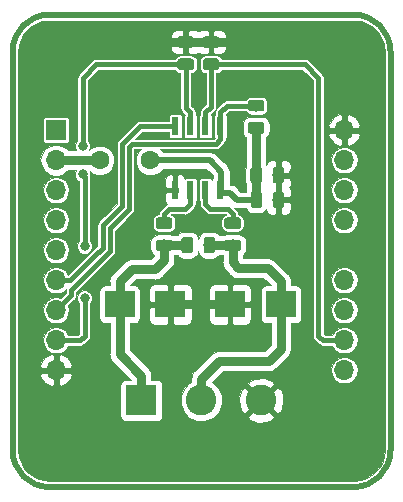
<source format=gbr>
%TF.GenerationSoftware,KiCad,Pcbnew,5.0.1*%
%TF.CreationDate,2018-10-23T16:10:10+11:00*%
%TF.ProjectId,FP2,4650322E6B696361645F706362000000,A*%
%TF.SameCoordinates,Original*%
%TF.FileFunction,Copper,L1,Top,Signal*%
%TF.FilePolarity,Positive*%
%FSLAX46Y46*%
G04 Gerber Fmt 4.6, Leading zero omitted, Abs format (unit mm)*
G04 Created by KiCad (PCBNEW 5.0.1) date Tue 23 Oct 2018 04:10:10 PM AEDT*
%MOMM*%
%LPD*%
G01*
G04 APERTURE LIST*
%ADD10C,0.500000*%
%ADD11R,2.500000X2.300000*%
%ADD12R,0.600000X1.550000*%
%ADD13O,1.700000X1.700000*%
%ADD14R,1.700000X1.700000*%
%ADD15C,0.150000*%
%ADD16C,0.975000*%
%ADD17C,2.600000*%
%ADD18R,2.600000X2.600000*%
%ADD19C,1.600000*%
%ADD20C,0.800000*%
%ADD21C,0.250000*%
%ADD22C,0.800000*%
%ADD23C,0.400000*%
%ADD24C,0.100000*%
G04 APERTURE END LIST*
D10*
X132120000Y-120000000D02*
G75*
G02X129000000Y-116880000I0J3120000D01*
G01*
X161000000Y-116880000D02*
G75*
G02X157880000Y-120000000I-3120000J0D01*
G01*
X161000000Y-83120000D02*
G75*
G03X157880000Y-80000000I-3120000J0D01*
G01*
X129000000Y-83120000D02*
G75*
G02X132120000Y-80000000I3120000J0D01*
G01*
X129000000Y-116860000D02*
X129000000Y-83120000D01*
X132110000Y-120000000D02*
X157880000Y-120000000D01*
X161000000Y-83140000D02*
X161000000Y-116880000D01*
X132130000Y-80000000D02*
X157870000Y-80000000D01*
D11*
X147410000Y-104530000D03*
X151710000Y-104530000D03*
X138070000Y-104530000D03*
X142370000Y-104530000D03*
D12*
X146585000Y-89450000D03*
X145315000Y-89450000D03*
X144045000Y-89450000D03*
X142775000Y-89450000D03*
X142775000Y-94850000D03*
X144045000Y-94850000D03*
X145315000Y-94850000D03*
X146585000Y-94850000D03*
D13*
X132690000Y-94870000D03*
X132690000Y-99950000D03*
X132690000Y-102490000D03*
D14*
X132690000Y-89790000D03*
D13*
X132690000Y-110110000D03*
X132690000Y-105030000D03*
X132690000Y-92330000D03*
X132690000Y-107570000D03*
X132690000Y-97410000D03*
X157090000Y-105030000D03*
X157090000Y-107570000D03*
X157090000Y-110110000D03*
X157090000Y-102490000D03*
X157090000Y-92330000D03*
X157090000Y-89790000D03*
X157090000Y-94870000D03*
X157090000Y-97410000D03*
D15*
G36*
X149905929Y-94977288D02*
X149929590Y-94980798D01*
X149952794Y-94986610D01*
X149975316Y-94994668D01*
X149996940Y-95004896D01*
X150017457Y-95017193D01*
X150036670Y-95031443D01*
X150054394Y-95047507D01*
X150070458Y-95065231D01*
X150084708Y-95084444D01*
X150097005Y-95104961D01*
X150107233Y-95126585D01*
X150115291Y-95149107D01*
X150121103Y-95172311D01*
X150124613Y-95195972D01*
X150125787Y-95219864D01*
X150125787Y-96132364D01*
X150124613Y-96156256D01*
X150121103Y-96179917D01*
X150115291Y-96203121D01*
X150107233Y-96225643D01*
X150097005Y-96247267D01*
X150084708Y-96267784D01*
X150070458Y-96286997D01*
X150054394Y-96304721D01*
X150036670Y-96320785D01*
X150017457Y-96335035D01*
X149996940Y-96347332D01*
X149975316Y-96357560D01*
X149952794Y-96365618D01*
X149929590Y-96371430D01*
X149905929Y-96374940D01*
X149882037Y-96376114D01*
X149394537Y-96376114D01*
X149370645Y-96374940D01*
X149346984Y-96371430D01*
X149323780Y-96365618D01*
X149301258Y-96357560D01*
X149279634Y-96347332D01*
X149259117Y-96335035D01*
X149239904Y-96320785D01*
X149222180Y-96304721D01*
X149206116Y-96286997D01*
X149191866Y-96267784D01*
X149179569Y-96247267D01*
X149169341Y-96225643D01*
X149161283Y-96203121D01*
X149155471Y-96179917D01*
X149151961Y-96156256D01*
X149150787Y-96132364D01*
X149150787Y-95219864D01*
X149151961Y-95195972D01*
X149155471Y-95172311D01*
X149161283Y-95149107D01*
X149169341Y-95126585D01*
X149179569Y-95104961D01*
X149191866Y-95084444D01*
X149206116Y-95065231D01*
X149222180Y-95047507D01*
X149239904Y-95031443D01*
X149259117Y-95017193D01*
X149279634Y-95004896D01*
X149301258Y-94994668D01*
X149323780Y-94986610D01*
X149346984Y-94980798D01*
X149370645Y-94977288D01*
X149394537Y-94976114D01*
X149882037Y-94976114D01*
X149905929Y-94977288D01*
X149905929Y-94977288D01*
G37*
D16*
X149638287Y-95676114D03*
D15*
G36*
X151780929Y-94977288D02*
X151804590Y-94980798D01*
X151827794Y-94986610D01*
X151850316Y-94994668D01*
X151871940Y-95004896D01*
X151892457Y-95017193D01*
X151911670Y-95031443D01*
X151929394Y-95047507D01*
X151945458Y-95065231D01*
X151959708Y-95084444D01*
X151972005Y-95104961D01*
X151982233Y-95126585D01*
X151990291Y-95149107D01*
X151996103Y-95172311D01*
X151999613Y-95195972D01*
X152000787Y-95219864D01*
X152000787Y-96132364D01*
X151999613Y-96156256D01*
X151996103Y-96179917D01*
X151990291Y-96203121D01*
X151982233Y-96225643D01*
X151972005Y-96247267D01*
X151959708Y-96267784D01*
X151945458Y-96286997D01*
X151929394Y-96304721D01*
X151911670Y-96320785D01*
X151892457Y-96335035D01*
X151871940Y-96347332D01*
X151850316Y-96357560D01*
X151827794Y-96365618D01*
X151804590Y-96371430D01*
X151780929Y-96374940D01*
X151757037Y-96376114D01*
X151269537Y-96376114D01*
X151245645Y-96374940D01*
X151221984Y-96371430D01*
X151198780Y-96365618D01*
X151176258Y-96357560D01*
X151154634Y-96347332D01*
X151134117Y-96335035D01*
X151114904Y-96320785D01*
X151097180Y-96304721D01*
X151081116Y-96286997D01*
X151066866Y-96267784D01*
X151054569Y-96247267D01*
X151044341Y-96225643D01*
X151036283Y-96203121D01*
X151030471Y-96179917D01*
X151026961Y-96156256D01*
X151025787Y-96132364D01*
X151025787Y-95219864D01*
X151026961Y-95195972D01*
X151030471Y-95172311D01*
X151036283Y-95149107D01*
X151044341Y-95126585D01*
X151054569Y-95104961D01*
X151066866Y-95084444D01*
X151081116Y-95065231D01*
X151097180Y-95047507D01*
X151114904Y-95031443D01*
X151134117Y-95017193D01*
X151154634Y-95004896D01*
X151176258Y-94994668D01*
X151198780Y-94986610D01*
X151221984Y-94980798D01*
X151245645Y-94977288D01*
X151269537Y-94976114D01*
X151757037Y-94976114D01*
X151780929Y-94977288D01*
X151780929Y-94977288D01*
G37*
D16*
X151513287Y-95676114D03*
D15*
G36*
X144140142Y-83711174D02*
X144163803Y-83714684D01*
X144187007Y-83720496D01*
X144209529Y-83728554D01*
X144231153Y-83738782D01*
X144251670Y-83751079D01*
X144270883Y-83765329D01*
X144288607Y-83781393D01*
X144304671Y-83799117D01*
X144318921Y-83818330D01*
X144331218Y-83838847D01*
X144341446Y-83860471D01*
X144349504Y-83882993D01*
X144355316Y-83906197D01*
X144358826Y-83929858D01*
X144360000Y-83953750D01*
X144360000Y-84441250D01*
X144358826Y-84465142D01*
X144355316Y-84488803D01*
X144349504Y-84512007D01*
X144341446Y-84534529D01*
X144331218Y-84556153D01*
X144318921Y-84576670D01*
X144304671Y-84595883D01*
X144288607Y-84613607D01*
X144270883Y-84629671D01*
X144251670Y-84643921D01*
X144231153Y-84656218D01*
X144209529Y-84666446D01*
X144187007Y-84674504D01*
X144163803Y-84680316D01*
X144140142Y-84683826D01*
X144116250Y-84685000D01*
X143203750Y-84685000D01*
X143179858Y-84683826D01*
X143156197Y-84680316D01*
X143132993Y-84674504D01*
X143110471Y-84666446D01*
X143088847Y-84656218D01*
X143068330Y-84643921D01*
X143049117Y-84629671D01*
X143031393Y-84613607D01*
X143015329Y-84595883D01*
X143001079Y-84576670D01*
X142988782Y-84556153D01*
X142978554Y-84534529D01*
X142970496Y-84512007D01*
X142964684Y-84488803D01*
X142961174Y-84465142D01*
X142960000Y-84441250D01*
X142960000Y-83953750D01*
X142961174Y-83929858D01*
X142964684Y-83906197D01*
X142970496Y-83882993D01*
X142978554Y-83860471D01*
X142988782Y-83838847D01*
X143001079Y-83818330D01*
X143015329Y-83799117D01*
X143031393Y-83781393D01*
X143049117Y-83765329D01*
X143068330Y-83751079D01*
X143088847Y-83738782D01*
X143110471Y-83728554D01*
X143132993Y-83720496D01*
X143156197Y-83714684D01*
X143179858Y-83711174D01*
X143203750Y-83710000D01*
X144116250Y-83710000D01*
X144140142Y-83711174D01*
X144140142Y-83711174D01*
G37*
D16*
X143660000Y-84197500D03*
D15*
G36*
X144140142Y-81836174D02*
X144163803Y-81839684D01*
X144187007Y-81845496D01*
X144209529Y-81853554D01*
X144231153Y-81863782D01*
X144251670Y-81876079D01*
X144270883Y-81890329D01*
X144288607Y-81906393D01*
X144304671Y-81924117D01*
X144318921Y-81943330D01*
X144331218Y-81963847D01*
X144341446Y-81985471D01*
X144349504Y-82007993D01*
X144355316Y-82031197D01*
X144358826Y-82054858D01*
X144360000Y-82078750D01*
X144360000Y-82566250D01*
X144358826Y-82590142D01*
X144355316Y-82613803D01*
X144349504Y-82637007D01*
X144341446Y-82659529D01*
X144331218Y-82681153D01*
X144318921Y-82701670D01*
X144304671Y-82720883D01*
X144288607Y-82738607D01*
X144270883Y-82754671D01*
X144251670Y-82768921D01*
X144231153Y-82781218D01*
X144209529Y-82791446D01*
X144187007Y-82799504D01*
X144163803Y-82805316D01*
X144140142Y-82808826D01*
X144116250Y-82810000D01*
X143203750Y-82810000D01*
X143179858Y-82808826D01*
X143156197Y-82805316D01*
X143132993Y-82799504D01*
X143110471Y-82791446D01*
X143088847Y-82781218D01*
X143068330Y-82768921D01*
X143049117Y-82754671D01*
X143031393Y-82738607D01*
X143015329Y-82720883D01*
X143001079Y-82701670D01*
X142988782Y-82681153D01*
X142978554Y-82659529D01*
X142970496Y-82637007D01*
X142964684Y-82613803D01*
X142961174Y-82590142D01*
X142960000Y-82566250D01*
X142960000Y-82078750D01*
X142961174Y-82054858D01*
X142964684Y-82031197D01*
X142970496Y-82007993D01*
X142978554Y-81985471D01*
X142988782Y-81963847D01*
X143001079Y-81943330D01*
X143015329Y-81924117D01*
X143031393Y-81906393D01*
X143049117Y-81890329D01*
X143068330Y-81876079D01*
X143088847Y-81863782D01*
X143110471Y-81853554D01*
X143132993Y-81845496D01*
X143156197Y-81839684D01*
X143179858Y-81836174D01*
X143203750Y-81835000D01*
X144116250Y-81835000D01*
X144140142Y-81836174D01*
X144140142Y-81836174D01*
G37*
D16*
X143660000Y-82322500D03*
D15*
G36*
X146280142Y-83711174D02*
X146303803Y-83714684D01*
X146327007Y-83720496D01*
X146349529Y-83728554D01*
X146371153Y-83738782D01*
X146391670Y-83751079D01*
X146410883Y-83765329D01*
X146428607Y-83781393D01*
X146444671Y-83799117D01*
X146458921Y-83818330D01*
X146471218Y-83838847D01*
X146481446Y-83860471D01*
X146489504Y-83882993D01*
X146495316Y-83906197D01*
X146498826Y-83929858D01*
X146500000Y-83953750D01*
X146500000Y-84441250D01*
X146498826Y-84465142D01*
X146495316Y-84488803D01*
X146489504Y-84512007D01*
X146481446Y-84534529D01*
X146471218Y-84556153D01*
X146458921Y-84576670D01*
X146444671Y-84595883D01*
X146428607Y-84613607D01*
X146410883Y-84629671D01*
X146391670Y-84643921D01*
X146371153Y-84656218D01*
X146349529Y-84666446D01*
X146327007Y-84674504D01*
X146303803Y-84680316D01*
X146280142Y-84683826D01*
X146256250Y-84685000D01*
X145343750Y-84685000D01*
X145319858Y-84683826D01*
X145296197Y-84680316D01*
X145272993Y-84674504D01*
X145250471Y-84666446D01*
X145228847Y-84656218D01*
X145208330Y-84643921D01*
X145189117Y-84629671D01*
X145171393Y-84613607D01*
X145155329Y-84595883D01*
X145141079Y-84576670D01*
X145128782Y-84556153D01*
X145118554Y-84534529D01*
X145110496Y-84512007D01*
X145104684Y-84488803D01*
X145101174Y-84465142D01*
X145100000Y-84441250D01*
X145100000Y-83953750D01*
X145101174Y-83929858D01*
X145104684Y-83906197D01*
X145110496Y-83882993D01*
X145118554Y-83860471D01*
X145128782Y-83838847D01*
X145141079Y-83818330D01*
X145155329Y-83799117D01*
X145171393Y-83781393D01*
X145189117Y-83765329D01*
X145208330Y-83751079D01*
X145228847Y-83738782D01*
X145250471Y-83728554D01*
X145272993Y-83720496D01*
X145296197Y-83714684D01*
X145319858Y-83711174D01*
X145343750Y-83710000D01*
X146256250Y-83710000D01*
X146280142Y-83711174D01*
X146280142Y-83711174D01*
G37*
D16*
X145800000Y-84197500D03*
D15*
G36*
X146280142Y-81836174D02*
X146303803Y-81839684D01*
X146327007Y-81845496D01*
X146349529Y-81853554D01*
X146371153Y-81863782D01*
X146391670Y-81876079D01*
X146410883Y-81890329D01*
X146428607Y-81906393D01*
X146444671Y-81924117D01*
X146458921Y-81943330D01*
X146471218Y-81963847D01*
X146481446Y-81985471D01*
X146489504Y-82007993D01*
X146495316Y-82031197D01*
X146498826Y-82054858D01*
X146500000Y-82078750D01*
X146500000Y-82566250D01*
X146498826Y-82590142D01*
X146495316Y-82613803D01*
X146489504Y-82637007D01*
X146481446Y-82659529D01*
X146471218Y-82681153D01*
X146458921Y-82701670D01*
X146444671Y-82720883D01*
X146428607Y-82738607D01*
X146410883Y-82754671D01*
X146391670Y-82768921D01*
X146371153Y-82781218D01*
X146349529Y-82791446D01*
X146327007Y-82799504D01*
X146303803Y-82805316D01*
X146280142Y-82808826D01*
X146256250Y-82810000D01*
X145343750Y-82810000D01*
X145319858Y-82808826D01*
X145296197Y-82805316D01*
X145272993Y-82799504D01*
X145250471Y-82791446D01*
X145228847Y-82781218D01*
X145208330Y-82768921D01*
X145189117Y-82754671D01*
X145171393Y-82738607D01*
X145155329Y-82720883D01*
X145141079Y-82701670D01*
X145128782Y-82681153D01*
X145118554Y-82659529D01*
X145110496Y-82637007D01*
X145104684Y-82613803D01*
X145101174Y-82590142D01*
X145100000Y-82566250D01*
X145100000Y-82078750D01*
X145101174Y-82054858D01*
X145104684Y-82031197D01*
X145110496Y-82007993D01*
X145118554Y-81985471D01*
X145128782Y-81963847D01*
X145141079Y-81943330D01*
X145155329Y-81924117D01*
X145171393Y-81906393D01*
X145189117Y-81890329D01*
X145208330Y-81876079D01*
X145228847Y-81863782D01*
X145250471Y-81853554D01*
X145272993Y-81845496D01*
X145296197Y-81839684D01*
X145319858Y-81836174D01*
X145343750Y-81835000D01*
X146256250Y-81835000D01*
X146280142Y-81836174D01*
X146280142Y-81836174D01*
G37*
D16*
X145800000Y-82322500D03*
D15*
G36*
X142310142Y-97166174D02*
X142333803Y-97169684D01*
X142357007Y-97175496D01*
X142379529Y-97183554D01*
X142401153Y-97193782D01*
X142421670Y-97206079D01*
X142440883Y-97220329D01*
X142458607Y-97236393D01*
X142474671Y-97254117D01*
X142488921Y-97273330D01*
X142501218Y-97293847D01*
X142511446Y-97315471D01*
X142519504Y-97337993D01*
X142525316Y-97361197D01*
X142528826Y-97384858D01*
X142530000Y-97408750D01*
X142530000Y-97896250D01*
X142528826Y-97920142D01*
X142525316Y-97943803D01*
X142519504Y-97967007D01*
X142511446Y-97989529D01*
X142501218Y-98011153D01*
X142488921Y-98031670D01*
X142474671Y-98050883D01*
X142458607Y-98068607D01*
X142440883Y-98084671D01*
X142421670Y-98098921D01*
X142401153Y-98111218D01*
X142379529Y-98121446D01*
X142357007Y-98129504D01*
X142333803Y-98135316D01*
X142310142Y-98138826D01*
X142286250Y-98140000D01*
X141373750Y-98140000D01*
X141349858Y-98138826D01*
X141326197Y-98135316D01*
X141302993Y-98129504D01*
X141280471Y-98121446D01*
X141258847Y-98111218D01*
X141238330Y-98098921D01*
X141219117Y-98084671D01*
X141201393Y-98068607D01*
X141185329Y-98050883D01*
X141171079Y-98031670D01*
X141158782Y-98011153D01*
X141148554Y-97989529D01*
X141140496Y-97967007D01*
X141134684Y-97943803D01*
X141131174Y-97920142D01*
X141130000Y-97896250D01*
X141130000Y-97408750D01*
X141131174Y-97384858D01*
X141134684Y-97361197D01*
X141140496Y-97337993D01*
X141148554Y-97315471D01*
X141158782Y-97293847D01*
X141171079Y-97273330D01*
X141185329Y-97254117D01*
X141201393Y-97236393D01*
X141219117Y-97220329D01*
X141238330Y-97206079D01*
X141258847Y-97193782D01*
X141280471Y-97183554D01*
X141302993Y-97175496D01*
X141326197Y-97169684D01*
X141349858Y-97166174D01*
X141373750Y-97165000D01*
X142286250Y-97165000D01*
X142310142Y-97166174D01*
X142310142Y-97166174D01*
G37*
D16*
X141830000Y-97652500D03*
D15*
G36*
X142310142Y-99041174D02*
X142333803Y-99044684D01*
X142357007Y-99050496D01*
X142379529Y-99058554D01*
X142401153Y-99068782D01*
X142421670Y-99081079D01*
X142440883Y-99095329D01*
X142458607Y-99111393D01*
X142474671Y-99129117D01*
X142488921Y-99148330D01*
X142501218Y-99168847D01*
X142511446Y-99190471D01*
X142519504Y-99212993D01*
X142525316Y-99236197D01*
X142528826Y-99259858D01*
X142530000Y-99283750D01*
X142530000Y-99771250D01*
X142528826Y-99795142D01*
X142525316Y-99818803D01*
X142519504Y-99842007D01*
X142511446Y-99864529D01*
X142501218Y-99886153D01*
X142488921Y-99906670D01*
X142474671Y-99925883D01*
X142458607Y-99943607D01*
X142440883Y-99959671D01*
X142421670Y-99973921D01*
X142401153Y-99986218D01*
X142379529Y-99996446D01*
X142357007Y-100004504D01*
X142333803Y-100010316D01*
X142310142Y-100013826D01*
X142286250Y-100015000D01*
X141373750Y-100015000D01*
X141349858Y-100013826D01*
X141326197Y-100010316D01*
X141302993Y-100004504D01*
X141280471Y-99996446D01*
X141258847Y-99986218D01*
X141238330Y-99973921D01*
X141219117Y-99959671D01*
X141201393Y-99943607D01*
X141185329Y-99925883D01*
X141171079Y-99906670D01*
X141158782Y-99886153D01*
X141148554Y-99864529D01*
X141140496Y-99842007D01*
X141134684Y-99818803D01*
X141131174Y-99795142D01*
X141130000Y-99771250D01*
X141130000Y-99283750D01*
X141131174Y-99259858D01*
X141134684Y-99236197D01*
X141140496Y-99212993D01*
X141148554Y-99190471D01*
X141158782Y-99168847D01*
X141171079Y-99148330D01*
X141185329Y-99129117D01*
X141201393Y-99111393D01*
X141219117Y-99095329D01*
X141238330Y-99081079D01*
X141258847Y-99068782D01*
X141280471Y-99058554D01*
X141302993Y-99050496D01*
X141326197Y-99044684D01*
X141349858Y-99041174D01*
X141373750Y-99040000D01*
X142286250Y-99040000D01*
X142310142Y-99041174D01*
X142310142Y-99041174D01*
G37*
D16*
X141830000Y-99527500D03*
D15*
G36*
X145925142Y-98821174D02*
X145948803Y-98824684D01*
X145972007Y-98830496D01*
X145994529Y-98838554D01*
X146016153Y-98848782D01*
X146036670Y-98861079D01*
X146055883Y-98875329D01*
X146073607Y-98891393D01*
X146089671Y-98909117D01*
X146103921Y-98928330D01*
X146116218Y-98948847D01*
X146126446Y-98970471D01*
X146134504Y-98992993D01*
X146140316Y-99016197D01*
X146143826Y-99039858D01*
X146145000Y-99063750D01*
X146145000Y-99976250D01*
X146143826Y-100000142D01*
X146140316Y-100023803D01*
X146134504Y-100047007D01*
X146126446Y-100069529D01*
X146116218Y-100091153D01*
X146103921Y-100111670D01*
X146089671Y-100130883D01*
X146073607Y-100148607D01*
X146055883Y-100164671D01*
X146036670Y-100178921D01*
X146016153Y-100191218D01*
X145994529Y-100201446D01*
X145972007Y-100209504D01*
X145948803Y-100215316D01*
X145925142Y-100218826D01*
X145901250Y-100220000D01*
X145413750Y-100220000D01*
X145389858Y-100218826D01*
X145366197Y-100215316D01*
X145342993Y-100209504D01*
X145320471Y-100201446D01*
X145298847Y-100191218D01*
X145278330Y-100178921D01*
X145259117Y-100164671D01*
X145241393Y-100148607D01*
X145225329Y-100130883D01*
X145211079Y-100111670D01*
X145198782Y-100091153D01*
X145188554Y-100069529D01*
X145180496Y-100047007D01*
X145174684Y-100023803D01*
X145171174Y-100000142D01*
X145170000Y-99976250D01*
X145170000Y-99063750D01*
X145171174Y-99039858D01*
X145174684Y-99016197D01*
X145180496Y-98992993D01*
X145188554Y-98970471D01*
X145198782Y-98948847D01*
X145211079Y-98928330D01*
X145225329Y-98909117D01*
X145241393Y-98891393D01*
X145259117Y-98875329D01*
X145278330Y-98861079D01*
X145298847Y-98848782D01*
X145320471Y-98838554D01*
X145342993Y-98830496D01*
X145366197Y-98824684D01*
X145389858Y-98821174D01*
X145413750Y-98820000D01*
X145901250Y-98820000D01*
X145925142Y-98821174D01*
X145925142Y-98821174D01*
G37*
D16*
X145657500Y-99520000D03*
D15*
G36*
X144050142Y-98821174D02*
X144073803Y-98824684D01*
X144097007Y-98830496D01*
X144119529Y-98838554D01*
X144141153Y-98848782D01*
X144161670Y-98861079D01*
X144180883Y-98875329D01*
X144198607Y-98891393D01*
X144214671Y-98909117D01*
X144228921Y-98928330D01*
X144241218Y-98948847D01*
X144251446Y-98970471D01*
X144259504Y-98992993D01*
X144265316Y-99016197D01*
X144268826Y-99039858D01*
X144270000Y-99063750D01*
X144270000Y-99976250D01*
X144268826Y-100000142D01*
X144265316Y-100023803D01*
X144259504Y-100047007D01*
X144251446Y-100069529D01*
X144241218Y-100091153D01*
X144228921Y-100111670D01*
X144214671Y-100130883D01*
X144198607Y-100148607D01*
X144180883Y-100164671D01*
X144161670Y-100178921D01*
X144141153Y-100191218D01*
X144119529Y-100201446D01*
X144097007Y-100209504D01*
X144073803Y-100215316D01*
X144050142Y-100218826D01*
X144026250Y-100220000D01*
X143538750Y-100220000D01*
X143514858Y-100218826D01*
X143491197Y-100215316D01*
X143467993Y-100209504D01*
X143445471Y-100201446D01*
X143423847Y-100191218D01*
X143403330Y-100178921D01*
X143384117Y-100164671D01*
X143366393Y-100148607D01*
X143350329Y-100130883D01*
X143336079Y-100111670D01*
X143323782Y-100091153D01*
X143313554Y-100069529D01*
X143305496Y-100047007D01*
X143299684Y-100023803D01*
X143296174Y-100000142D01*
X143295000Y-99976250D01*
X143295000Y-99063750D01*
X143296174Y-99039858D01*
X143299684Y-99016197D01*
X143305496Y-98992993D01*
X143313554Y-98970471D01*
X143323782Y-98948847D01*
X143336079Y-98928330D01*
X143350329Y-98909117D01*
X143366393Y-98891393D01*
X143384117Y-98875329D01*
X143403330Y-98861079D01*
X143423847Y-98848782D01*
X143445471Y-98838554D01*
X143467993Y-98830496D01*
X143491197Y-98824684D01*
X143514858Y-98821174D01*
X143538750Y-98820000D01*
X144026250Y-98820000D01*
X144050142Y-98821174D01*
X144050142Y-98821174D01*
G37*
D16*
X143782500Y-99520000D03*
D15*
G36*
X148110142Y-97166174D02*
X148133803Y-97169684D01*
X148157007Y-97175496D01*
X148179529Y-97183554D01*
X148201153Y-97193782D01*
X148221670Y-97206079D01*
X148240883Y-97220329D01*
X148258607Y-97236393D01*
X148274671Y-97254117D01*
X148288921Y-97273330D01*
X148301218Y-97293847D01*
X148311446Y-97315471D01*
X148319504Y-97337993D01*
X148325316Y-97361197D01*
X148328826Y-97384858D01*
X148330000Y-97408750D01*
X148330000Y-97896250D01*
X148328826Y-97920142D01*
X148325316Y-97943803D01*
X148319504Y-97967007D01*
X148311446Y-97989529D01*
X148301218Y-98011153D01*
X148288921Y-98031670D01*
X148274671Y-98050883D01*
X148258607Y-98068607D01*
X148240883Y-98084671D01*
X148221670Y-98098921D01*
X148201153Y-98111218D01*
X148179529Y-98121446D01*
X148157007Y-98129504D01*
X148133803Y-98135316D01*
X148110142Y-98138826D01*
X148086250Y-98140000D01*
X147173750Y-98140000D01*
X147149858Y-98138826D01*
X147126197Y-98135316D01*
X147102993Y-98129504D01*
X147080471Y-98121446D01*
X147058847Y-98111218D01*
X147038330Y-98098921D01*
X147019117Y-98084671D01*
X147001393Y-98068607D01*
X146985329Y-98050883D01*
X146971079Y-98031670D01*
X146958782Y-98011153D01*
X146948554Y-97989529D01*
X146940496Y-97967007D01*
X146934684Y-97943803D01*
X146931174Y-97920142D01*
X146930000Y-97896250D01*
X146930000Y-97408750D01*
X146931174Y-97384858D01*
X146934684Y-97361197D01*
X146940496Y-97337993D01*
X146948554Y-97315471D01*
X146958782Y-97293847D01*
X146971079Y-97273330D01*
X146985329Y-97254117D01*
X147001393Y-97236393D01*
X147019117Y-97220329D01*
X147038330Y-97206079D01*
X147058847Y-97193782D01*
X147080471Y-97183554D01*
X147102993Y-97175496D01*
X147126197Y-97169684D01*
X147149858Y-97166174D01*
X147173750Y-97165000D01*
X148086250Y-97165000D01*
X148110142Y-97166174D01*
X148110142Y-97166174D01*
G37*
D16*
X147630000Y-97652500D03*
D15*
G36*
X148110142Y-99041174D02*
X148133803Y-99044684D01*
X148157007Y-99050496D01*
X148179529Y-99058554D01*
X148201153Y-99068782D01*
X148221670Y-99081079D01*
X148240883Y-99095329D01*
X148258607Y-99111393D01*
X148274671Y-99129117D01*
X148288921Y-99148330D01*
X148301218Y-99168847D01*
X148311446Y-99190471D01*
X148319504Y-99212993D01*
X148325316Y-99236197D01*
X148328826Y-99259858D01*
X148330000Y-99283750D01*
X148330000Y-99771250D01*
X148328826Y-99795142D01*
X148325316Y-99818803D01*
X148319504Y-99842007D01*
X148311446Y-99864529D01*
X148301218Y-99886153D01*
X148288921Y-99906670D01*
X148274671Y-99925883D01*
X148258607Y-99943607D01*
X148240883Y-99959671D01*
X148221670Y-99973921D01*
X148201153Y-99986218D01*
X148179529Y-99996446D01*
X148157007Y-100004504D01*
X148133803Y-100010316D01*
X148110142Y-100013826D01*
X148086250Y-100015000D01*
X147173750Y-100015000D01*
X147149858Y-100013826D01*
X147126197Y-100010316D01*
X147102993Y-100004504D01*
X147080471Y-99996446D01*
X147058847Y-99986218D01*
X147038330Y-99973921D01*
X147019117Y-99959671D01*
X147001393Y-99943607D01*
X146985329Y-99925883D01*
X146971079Y-99906670D01*
X146958782Y-99886153D01*
X146948554Y-99864529D01*
X146940496Y-99842007D01*
X146934684Y-99818803D01*
X146931174Y-99795142D01*
X146930000Y-99771250D01*
X146930000Y-99283750D01*
X146931174Y-99259858D01*
X146934684Y-99236197D01*
X146940496Y-99212993D01*
X146948554Y-99190471D01*
X146958782Y-99168847D01*
X146971079Y-99148330D01*
X146985329Y-99129117D01*
X147001393Y-99111393D01*
X147019117Y-99095329D01*
X147038330Y-99081079D01*
X147058847Y-99068782D01*
X147080471Y-99058554D01*
X147102993Y-99050496D01*
X147126197Y-99044684D01*
X147149858Y-99041174D01*
X147173750Y-99040000D01*
X148086250Y-99040000D01*
X148110142Y-99041174D01*
X148110142Y-99041174D01*
G37*
D16*
X147630000Y-99527500D03*
D15*
G36*
X150110142Y-89101174D02*
X150133803Y-89104684D01*
X150157007Y-89110496D01*
X150179529Y-89118554D01*
X150201153Y-89128782D01*
X150221670Y-89141079D01*
X150240883Y-89155329D01*
X150258607Y-89171393D01*
X150274671Y-89189117D01*
X150288921Y-89208330D01*
X150301218Y-89228847D01*
X150311446Y-89250471D01*
X150319504Y-89272993D01*
X150325316Y-89296197D01*
X150328826Y-89319858D01*
X150330000Y-89343750D01*
X150330000Y-89831250D01*
X150328826Y-89855142D01*
X150325316Y-89878803D01*
X150319504Y-89902007D01*
X150311446Y-89924529D01*
X150301218Y-89946153D01*
X150288921Y-89966670D01*
X150274671Y-89985883D01*
X150258607Y-90003607D01*
X150240883Y-90019671D01*
X150221670Y-90033921D01*
X150201153Y-90046218D01*
X150179529Y-90056446D01*
X150157007Y-90064504D01*
X150133803Y-90070316D01*
X150110142Y-90073826D01*
X150086250Y-90075000D01*
X149173750Y-90075000D01*
X149149858Y-90073826D01*
X149126197Y-90070316D01*
X149102993Y-90064504D01*
X149080471Y-90056446D01*
X149058847Y-90046218D01*
X149038330Y-90033921D01*
X149019117Y-90019671D01*
X149001393Y-90003607D01*
X148985329Y-89985883D01*
X148971079Y-89966670D01*
X148958782Y-89946153D01*
X148948554Y-89924529D01*
X148940496Y-89902007D01*
X148934684Y-89878803D01*
X148931174Y-89855142D01*
X148930000Y-89831250D01*
X148930000Y-89343750D01*
X148931174Y-89319858D01*
X148934684Y-89296197D01*
X148940496Y-89272993D01*
X148948554Y-89250471D01*
X148958782Y-89228847D01*
X148971079Y-89208330D01*
X148985329Y-89189117D01*
X149001393Y-89171393D01*
X149019117Y-89155329D01*
X149038330Y-89141079D01*
X149058847Y-89128782D01*
X149080471Y-89118554D01*
X149102993Y-89110496D01*
X149126197Y-89104684D01*
X149149858Y-89101174D01*
X149173750Y-89100000D01*
X150086250Y-89100000D01*
X150110142Y-89101174D01*
X150110142Y-89101174D01*
G37*
D16*
X149630000Y-89587500D03*
D15*
G36*
X150110142Y-87226174D02*
X150133803Y-87229684D01*
X150157007Y-87235496D01*
X150179529Y-87243554D01*
X150201153Y-87253782D01*
X150221670Y-87266079D01*
X150240883Y-87280329D01*
X150258607Y-87296393D01*
X150274671Y-87314117D01*
X150288921Y-87333330D01*
X150301218Y-87353847D01*
X150311446Y-87375471D01*
X150319504Y-87397993D01*
X150325316Y-87421197D01*
X150328826Y-87444858D01*
X150330000Y-87468750D01*
X150330000Y-87956250D01*
X150328826Y-87980142D01*
X150325316Y-88003803D01*
X150319504Y-88027007D01*
X150311446Y-88049529D01*
X150301218Y-88071153D01*
X150288921Y-88091670D01*
X150274671Y-88110883D01*
X150258607Y-88128607D01*
X150240883Y-88144671D01*
X150221670Y-88158921D01*
X150201153Y-88171218D01*
X150179529Y-88181446D01*
X150157007Y-88189504D01*
X150133803Y-88195316D01*
X150110142Y-88198826D01*
X150086250Y-88200000D01*
X149173750Y-88200000D01*
X149149858Y-88198826D01*
X149126197Y-88195316D01*
X149102993Y-88189504D01*
X149080471Y-88181446D01*
X149058847Y-88171218D01*
X149038330Y-88158921D01*
X149019117Y-88144671D01*
X149001393Y-88128607D01*
X148985329Y-88110883D01*
X148971079Y-88091670D01*
X148958782Y-88071153D01*
X148948554Y-88049529D01*
X148940496Y-88027007D01*
X148934684Y-88003803D01*
X148931174Y-87980142D01*
X148930000Y-87956250D01*
X148930000Y-87468750D01*
X148931174Y-87444858D01*
X148934684Y-87421197D01*
X148940496Y-87397993D01*
X148948554Y-87375471D01*
X148958782Y-87353847D01*
X148971079Y-87333330D01*
X148985329Y-87314117D01*
X149001393Y-87296393D01*
X149019117Y-87280329D01*
X149038330Y-87266079D01*
X149058847Y-87253782D01*
X149080471Y-87243554D01*
X149102993Y-87235496D01*
X149126197Y-87229684D01*
X149149858Y-87226174D01*
X149173750Y-87225000D01*
X150086250Y-87225000D01*
X150110142Y-87226174D01*
X150110142Y-87226174D01*
G37*
D16*
X149630000Y-87712500D03*
D15*
G36*
X151770929Y-92897288D02*
X151794590Y-92900798D01*
X151817794Y-92906610D01*
X151840316Y-92914668D01*
X151861940Y-92924896D01*
X151882457Y-92937193D01*
X151901670Y-92951443D01*
X151919394Y-92967507D01*
X151935458Y-92985231D01*
X151949708Y-93004444D01*
X151962005Y-93024961D01*
X151972233Y-93046585D01*
X151980291Y-93069107D01*
X151986103Y-93092311D01*
X151989613Y-93115972D01*
X151990787Y-93139864D01*
X151990787Y-94052364D01*
X151989613Y-94076256D01*
X151986103Y-94099917D01*
X151980291Y-94123121D01*
X151972233Y-94145643D01*
X151962005Y-94167267D01*
X151949708Y-94187784D01*
X151935458Y-94206997D01*
X151919394Y-94224721D01*
X151901670Y-94240785D01*
X151882457Y-94255035D01*
X151861940Y-94267332D01*
X151840316Y-94277560D01*
X151817794Y-94285618D01*
X151794590Y-94291430D01*
X151770929Y-94294940D01*
X151747037Y-94296114D01*
X151259537Y-94296114D01*
X151235645Y-94294940D01*
X151211984Y-94291430D01*
X151188780Y-94285618D01*
X151166258Y-94277560D01*
X151144634Y-94267332D01*
X151124117Y-94255035D01*
X151104904Y-94240785D01*
X151087180Y-94224721D01*
X151071116Y-94206997D01*
X151056866Y-94187784D01*
X151044569Y-94167267D01*
X151034341Y-94145643D01*
X151026283Y-94123121D01*
X151020471Y-94099917D01*
X151016961Y-94076256D01*
X151015787Y-94052364D01*
X151015787Y-93139864D01*
X151016961Y-93115972D01*
X151020471Y-93092311D01*
X151026283Y-93069107D01*
X151034341Y-93046585D01*
X151044569Y-93024961D01*
X151056866Y-93004444D01*
X151071116Y-92985231D01*
X151087180Y-92967507D01*
X151104904Y-92951443D01*
X151124117Y-92937193D01*
X151144634Y-92924896D01*
X151166258Y-92914668D01*
X151188780Y-92906610D01*
X151211984Y-92900798D01*
X151235645Y-92897288D01*
X151259537Y-92896114D01*
X151747037Y-92896114D01*
X151770929Y-92897288D01*
X151770929Y-92897288D01*
G37*
D16*
X151503287Y-93596114D03*
D15*
G36*
X149895929Y-92897288D02*
X149919590Y-92900798D01*
X149942794Y-92906610D01*
X149965316Y-92914668D01*
X149986940Y-92924896D01*
X150007457Y-92937193D01*
X150026670Y-92951443D01*
X150044394Y-92967507D01*
X150060458Y-92985231D01*
X150074708Y-93004444D01*
X150087005Y-93024961D01*
X150097233Y-93046585D01*
X150105291Y-93069107D01*
X150111103Y-93092311D01*
X150114613Y-93115972D01*
X150115787Y-93139864D01*
X150115787Y-94052364D01*
X150114613Y-94076256D01*
X150111103Y-94099917D01*
X150105291Y-94123121D01*
X150097233Y-94145643D01*
X150087005Y-94167267D01*
X150074708Y-94187784D01*
X150060458Y-94206997D01*
X150044394Y-94224721D01*
X150026670Y-94240785D01*
X150007457Y-94255035D01*
X149986940Y-94267332D01*
X149965316Y-94277560D01*
X149942794Y-94285618D01*
X149919590Y-94291430D01*
X149895929Y-94294940D01*
X149872037Y-94296114D01*
X149384537Y-94296114D01*
X149360645Y-94294940D01*
X149336984Y-94291430D01*
X149313780Y-94285618D01*
X149291258Y-94277560D01*
X149269634Y-94267332D01*
X149249117Y-94255035D01*
X149229904Y-94240785D01*
X149212180Y-94224721D01*
X149196116Y-94206997D01*
X149181866Y-94187784D01*
X149169569Y-94167267D01*
X149159341Y-94145643D01*
X149151283Y-94123121D01*
X149145471Y-94099917D01*
X149141961Y-94076256D01*
X149140787Y-94052364D01*
X149140787Y-93139864D01*
X149141961Y-93115972D01*
X149145471Y-93092311D01*
X149151283Y-93069107D01*
X149159341Y-93046585D01*
X149169569Y-93024961D01*
X149181866Y-93004444D01*
X149196116Y-92985231D01*
X149212180Y-92967507D01*
X149229904Y-92951443D01*
X149249117Y-92937193D01*
X149269634Y-92924896D01*
X149291258Y-92914668D01*
X149313780Y-92906610D01*
X149336984Y-92900798D01*
X149360645Y-92897288D01*
X149384537Y-92896114D01*
X149872037Y-92896114D01*
X149895929Y-92897288D01*
X149895929Y-92897288D01*
G37*
D16*
X149628287Y-93596114D03*
D17*
X150050000Y-112660000D03*
X144970000Y-112660000D03*
D18*
X139890000Y-112660000D03*
D19*
X144700000Y-97420000D03*
X153300000Y-95700000D03*
X153200000Y-93600000D03*
X151500000Y-97600000D03*
X151500000Y-91600000D03*
X136500000Y-95120000D03*
X141550000Y-82320000D03*
X144880000Y-102280000D03*
X144880000Y-106770000D03*
X144880000Y-104530000D03*
X147930000Y-82330000D03*
X141000000Y-95120000D03*
X137640000Y-87190000D03*
X136370000Y-92340000D03*
X140670000Y-92340000D03*
D20*
X134930000Y-91130000D03*
X134930000Y-93530000D03*
X135110000Y-104000000D03*
X135107949Y-99600000D03*
D21*
X143775000Y-99527500D02*
X143782500Y-99520000D01*
D22*
X141830000Y-99527500D02*
X143775000Y-99527500D01*
X139890000Y-110560000D02*
X138070000Y-108740000D01*
X139890000Y-112660000D02*
X139890000Y-110560000D01*
X138070000Y-108740000D02*
X138070000Y-104530000D01*
X138070000Y-102580000D02*
X139090000Y-101560000D01*
X138070000Y-104530000D02*
X138070000Y-102580000D01*
X139090000Y-101560000D02*
X141060000Y-101560000D01*
X141060000Y-101560000D02*
X141830000Y-100790000D01*
X141830000Y-100790000D02*
X141830000Y-99527500D01*
D21*
X147622500Y-99520000D02*
X147630000Y-99527500D01*
D22*
X145657500Y-99520000D02*
X147622500Y-99520000D01*
X151710000Y-106100000D02*
X151710000Y-104530000D01*
X151710000Y-102580000D02*
X150590000Y-101460000D01*
X151710000Y-104530000D02*
X151710000Y-102580000D01*
X150590000Y-101460000D02*
X148110000Y-101460000D01*
X147630000Y-100980000D02*
X147630000Y-99527500D01*
X148110000Y-101460000D02*
X147630000Y-100980000D01*
X144970000Y-110821523D02*
X146461523Y-109330000D01*
X144970000Y-112660000D02*
X144970000Y-110821523D01*
X146461523Y-109330000D02*
X150720000Y-109330000D01*
X151710000Y-108340000D02*
X151710000Y-104530000D01*
X150720000Y-109330000D02*
X151710000Y-108340000D01*
D21*
X145797500Y-82322500D02*
X145800000Y-82325000D01*
D22*
X143660000Y-82322500D02*
X145797500Y-82322500D01*
X145800000Y-82325000D02*
X147925000Y-82325000D01*
X147925000Y-82325000D02*
X147930000Y-82330000D01*
X141552500Y-82322500D02*
X141550000Y-82320000D01*
X143660000Y-82322500D02*
X141552500Y-82322500D01*
D10*
X141405536Y-95114464D02*
X141400000Y-95120000D01*
X141005536Y-95114464D02*
X141000000Y-95120000D01*
D22*
X142370000Y-104530000D02*
X144880000Y-104530000D01*
X147410000Y-104530000D02*
X144880000Y-104530000D01*
D21*
X149638287Y-93606114D02*
X149628287Y-93596114D01*
D22*
X149638287Y-95676114D02*
X149638287Y-93606114D01*
D21*
X149628287Y-89589213D02*
X149630000Y-89587500D01*
D22*
X149628287Y-93596114D02*
X149628287Y-89589213D01*
D10*
X148008542Y-95676114D02*
X149638287Y-95676114D01*
X146671892Y-95114464D02*
X147446892Y-95114464D01*
X147446892Y-95114464D02*
X148008542Y-95676114D01*
D22*
X136360000Y-92330000D02*
X136370000Y-92340000D01*
X132690000Y-92330000D02*
X136360000Y-92330000D01*
D10*
X146671892Y-93311892D02*
X146671892Y-95114464D01*
X140580000Y-92340000D02*
X145700000Y-92340000D01*
X145700000Y-92340000D02*
X146671892Y-93311892D01*
D21*
X149438036Y-87714464D02*
X149440000Y-87712500D01*
D23*
X146585000Y-89450000D02*
X146585000Y-88275000D01*
X147147500Y-87712500D02*
X146585000Y-88275000D01*
X149630000Y-87712500D02*
X147147500Y-87712500D01*
X146585000Y-90560000D02*
X146585000Y-89450000D01*
X146205001Y-90939999D02*
X146585000Y-90560000D01*
X138860009Y-91229991D02*
X139150001Y-90939999D01*
X138860009Y-96478533D02*
X138860009Y-91229991D01*
X139150001Y-90939999D02*
X146205001Y-90939999D01*
X133950000Y-103280623D02*
X133950000Y-103770000D01*
X132690000Y-105030000D02*
X133950000Y-103770000D01*
X133950000Y-103280623D02*
X137240000Y-99990623D01*
X137240000Y-98098542D02*
X138860009Y-96478533D01*
X137240000Y-99990623D02*
X137240000Y-98098542D01*
X145315000Y-96025000D02*
X145730000Y-96440000D01*
X145315000Y-94850000D02*
X145315000Y-96025000D01*
X147630000Y-96850000D02*
X147220000Y-96440000D01*
X147630000Y-97652500D02*
X147630000Y-96850000D01*
X145730000Y-96440000D02*
X147220000Y-96440000D01*
X144045000Y-96025000D02*
X143600000Y-96470000D01*
X144045000Y-94850000D02*
X144045000Y-96025000D01*
X143600000Y-96470000D02*
X142220000Y-96470000D01*
X141830000Y-96860000D02*
X141830000Y-97652500D01*
X142220000Y-96470000D02*
X141830000Y-96860000D01*
X145800000Y-84197500D02*
X153727500Y-84197500D01*
X153727500Y-84197500D02*
X154890000Y-85360000D01*
X154890000Y-85360000D02*
X154890000Y-107190000D01*
X155270000Y-107570000D02*
X157090000Y-107570000D01*
X154890000Y-107190000D02*
X155270000Y-107570000D01*
X145800000Y-87790000D02*
X145800000Y-84197500D01*
X145315000Y-89450000D02*
X145315000Y-88275000D01*
X145315000Y-88275000D02*
X145800000Y-87790000D01*
X143660000Y-84197500D02*
X136072500Y-84197500D01*
X136072500Y-84197500D02*
X134930000Y-85340000D01*
X134930000Y-85340000D02*
X134930000Y-91130000D01*
X143660000Y-87890000D02*
X143660000Y-84197500D01*
X144045000Y-89450000D02*
X144045000Y-88275000D01*
X144045000Y-88275000D02*
X143660000Y-87890000D01*
X135107949Y-93707949D02*
X134930000Y-93530000D01*
X135107949Y-99600000D02*
X135107949Y-93707949D01*
X135110000Y-107166548D02*
X135110000Y-104000000D01*
X135111726Y-107168274D02*
X135110000Y-107166548D01*
X132690000Y-107570000D02*
X134710000Y-107570000D01*
X134710000Y-107570000D02*
X135111726Y-107168274D01*
X139791458Y-89450000D02*
X142075000Y-89450000D01*
X138260000Y-90981458D02*
X139791458Y-89450000D01*
X132690000Y-102490000D02*
X133892081Y-102490000D01*
X135910000Y-100472081D02*
X135910000Y-100470000D01*
X138260000Y-96230000D02*
X138260000Y-90981458D01*
X135910000Y-100470000D02*
X136640000Y-99740000D01*
X142075000Y-89450000D02*
X142775000Y-89450000D01*
X133892081Y-102490000D02*
X135910000Y-100472081D01*
X136640000Y-99740000D02*
X136640000Y-97850000D01*
X136640000Y-97850000D02*
X138260000Y-96230000D01*
D24*
G36*
X158459763Y-80568166D02*
X159010712Y-80760028D01*
X159505461Y-81069181D01*
X159919421Y-81480262D01*
X160232021Y-81972840D01*
X160427724Y-82522437D01*
X160500000Y-83128563D01*
X160500001Y-116852036D01*
X160431834Y-117459763D01*
X160239973Y-118010711D01*
X159930820Y-118505460D01*
X159519740Y-118919419D01*
X159027160Y-119232021D01*
X158477563Y-119427724D01*
X157871437Y-119500000D01*
X132147955Y-119500000D01*
X131540237Y-119431834D01*
X130989289Y-119239973D01*
X130494540Y-118930820D01*
X130080581Y-118519740D01*
X129767979Y-118027160D01*
X129572276Y-117477563D01*
X129500000Y-116871437D01*
X129500000Y-110529424D01*
X131345922Y-110529424D01*
X131443002Y-110763839D01*
X131788137Y-111191274D01*
X132270573Y-111454095D01*
X132486000Y-111363660D01*
X132486000Y-110314000D01*
X132894000Y-110314000D01*
X132894000Y-111363660D01*
X133109427Y-111454095D01*
X133591863Y-111191274D01*
X133936998Y-110763839D01*
X134034078Y-110529424D01*
X133941989Y-110314000D01*
X132894000Y-110314000D01*
X132486000Y-110314000D01*
X131438011Y-110314000D01*
X131345922Y-110529424D01*
X129500000Y-110529424D01*
X129500000Y-109690576D01*
X131345922Y-109690576D01*
X131438011Y-109906000D01*
X132486000Y-109906000D01*
X132486000Y-108856340D01*
X132894000Y-108856340D01*
X132894000Y-109906000D01*
X133941989Y-109906000D01*
X134034078Y-109690576D01*
X133936998Y-109456161D01*
X133591863Y-109028726D01*
X133109427Y-108765905D01*
X132894000Y-108856340D01*
X132486000Y-108856340D01*
X132270573Y-108765905D01*
X131788137Y-109028726D01*
X131443002Y-109456161D01*
X131345922Y-109690576D01*
X129500000Y-109690576D01*
X129500000Y-107570000D01*
X131568450Y-107570000D01*
X131653823Y-107999199D01*
X131896944Y-108363056D01*
X132260801Y-108606177D01*
X132581661Y-108670000D01*
X132798339Y-108670000D01*
X133119199Y-108606177D01*
X133483056Y-108363056D01*
X133712278Y-108020000D01*
X134665680Y-108020000D01*
X134710000Y-108028816D01*
X134754320Y-108020000D01*
X134754321Y-108020000D01*
X134885581Y-107993891D01*
X135034432Y-107894432D01*
X135059540Y-107856855D01*
X135398588Y-107517808D01*
X135436157Y-107492705D01*
X135461260Y-107455136D01*
X135461263Y-107455133D01*
X135535616Y-107343856D01*
X135566220Y-107190000D01*
X135570542Y-107168274D01*
X135560000Y-107115277D01*
X135560000Y-104469238D01*
X135661043Y-104368195D01*
X135760000Y-104129293D01*
X135760000Y-103870707D01*
X135661043Y-103631805D01*
X135478195Y-103448957D01*
X135311720Y-103380000D01*
X136361184Y-103380000D01*
X136361184Y-105680000D01*
X136396109Y-105855581D01*
X136495568Y-106004432D01*
X136644419Y-106103891D01*
X136820000Y-106138816D01*
X137220001Y-106138816D01*
X137220000Y-108656286D01*
X137203348Y-108740000D01*
X137220000Y-108823714D01*
X137269318Y-109071652D01*
X137457184Y-109352816D01*
X137528158Y-109400239D01*
X139029102Y-110901184D01*
X138590000Y-110901184D01*
X138414419Y-110936109D01*
X138265568Y-111035568D01*
X138166109Y-111184419D01*
X138131184Y-111360000D01*
X138131184Y-113960000D01*
X138166109Y-114135581D01*
X138265568Y-114284432D01*
X138414419Y-114383891D01*
X138590000Y-114418816D01*
X141190000Y-114418816D01*
X141365581Y-114383891D01*
X141514432Y-114284432D01*
X141613891Y-114135581D01*
X141648816Y-113960000D01*
X141648816Y-111360000D01*
X141613891Y-111184419D01*
X141514432Y-111035568D01*
X141365581Y-110936109D01*
X141190000Y-110901184D01*
X140740000Y-110901184D01*
X140740000Y-110643714D01*
X140756652Y-110560000D01*
X140700892Y-110279678D01*
X140690682Y-110228347D01*
X140502816Y-109947184D01*
X140431845Y-109899763D01*
X138920000Y-108387919D01*
X138920000Y-106138816D01*
X139320000Y-106138816D01*
X139495581Y-106103891D01*
X139644432Y-106004432D01*
X139743891Y-105855581D01*
X139778816Y-105680000D01*
X139778816Y-104873500D01*
X140562000Y-104873500D01*
X140562000Y-105790993D01*
X140646951Y-105996082D01*
X140803918Y-106153050D01*
X141009007Y-106238000D01*
X142026500Y-106238000D01*
X142166000Y-106098500D01*
X142166000Y-104734000D01*
X142574000Y-104734000D01*
X142574000Y-106098500D01*
X142713500Y-106238000D01*
X143730993Y-106238000D01*
X143936082Y-106153050D01*
X144093049Y-105996082D01*
X144178000Y-105790993D01*
X144178000Y-104873500D01*
X145602000Y-104873500D01*
X145602000Y-105790993D01*
X145686951Y-105996082D01*
X145843918Y-106153050D01*
X146049007Y-106238000D01*
X147066500Y-106238000D01*
X147206000Y-106098500D01*
X147206000Y-104734000D01*
X147614000Y-104734000D01*
X147614000Y-106098500D01*
X147753500Y-106238000D01*
X148770993Y-106238000D01*
X148976082Y-106153050D01*
X149133049Y-105996082D01*
X149218000Y-105790993D01*
X149218000Y-104873500D01*
X149078500Y-104734000D01*
X147614000Y-104734000D01*
X147206000Y-104734000D01*
X145741500Y-104734000D01*
X145602000Y-104873500D01*
X144178000Y-104873500D01*
X144038500Y-104734000D01*
X142574000Y-104734000D01*
X142166000Y-104734000D01*
X140701500Y-104734000D01*
X140562000Y-104873500D01*
X139778816Y-104873500D01*
X139778816Y-103380000D01*
X139756739Y-103269007D01*
X140562000Y-103269007D01*
X140562000Y-104186500D01*
X140701500Y-104326000D01*
X142166000Y-104326000D01*
X142166000Y-102961500D01*
X142574000Y-102961500D01*
X142574000Y-104326000D01*
X144038500Y-104326000D01*
X144178000Y-104186500D01*
X144178000Y-103269007D01*
X145602000Y-103269007D01*
X145602000Y-104186500D01*
X145741500Y-104326000D01*
X147206000Y-104326000D01*
X147206000Y-102961500D01*
X147614000Y-102961500D01*
X147614000Y-104326000D01*
X149078500Y-104326000D01*
X149218000Y-104186500D01*
X149218000Y-103269007D01*
X149133049Y-103063918D01*
X148976082Y-102906950D01*
X148770993Y-102822000D01*
X147753500Y-102822000D01*
X147614000Y-102961500D01*
X147206000Y-102961500D01*
X147066500Y-102822000D01*
X146049007Y-102822000D01*
X145843918Y-102906950D01*
X145686951Y-103063918D01*
X145602000Y-103269007D01*
X144178000Y-103269007D01*
X144093049Y-103063918D01*
X143936082Y-102906950D01*
X143730993Y-102822000D01*
X142713500Y-102822000D01*
X142574000Y-102961500D01*
X142166000Y-102961500D01*
X142026500Y-102822000D01*
X141009007Y-102822000D01*
X140803918Y-102906950D01*
X140646951Y-103063918D01*
X140562000Y-103269007D01*
X139756739Y-103269007D01*
X139743891Y-103204419D01*
X139644432Y-103055568D01*
X139495581Y-102956109D01*
X139320000Y-102921184D01*
X138930897Y-102921184D01*
X139442082Y-102410000D01*
X140976286Y-102410000D01*
X141060000Y-102426652D01*
X141143714Y-102410000D01*
X141143715Y-102410000D01*
X141391653Y-102360682D01*
X141672816Y-102172816D01*
X141720239Y-102101842D01*
X142371842Y-101450239D01*
X142442816Y-101402816D01*
X142630682Y-101121653D01*
X142680000Y-100873715D01*
X142680000Y-100873714D01*
X142696652Y-100790001D01*
X142680000Y-100706287D01*
X142680000Y-100377500D01*
X142978124Y-100377500D01*
X143041961Y-100473039D01*
X143269890Y-100625336D01*
X143538750Y-100678816D01*
X144026250Y-100678816D01*
X144295110Y-100625336D01*
X144523039Y-100473039D01*
X144675336Y-100245110D01*
X144720000Y-100020571D01*
X144764664Y-100245110D01*
X144916961Y-100473039D01*
X145144890Y-100625336D01*
X145413750Y-100678816D01*
X145901250Y-100678816D01*
X146170110Y-100625336D01*
X146398039Y-100473039D01*
X146466887Y-100370000D01*
X146780000Y-100370000D01*
X146780000Y-100896286D01*
X146763348Y-100980000D01*
X146780000Y-101063714D01*
X146829318Y-101311652D01*
X147017184Y-101592816D01*
X147088159Y-101640239D01*
X147449759Y-102001839D01*
X147497184Y-102072816D01*
X147692232Y-102203142D01*
X147778346Y-102260682D01*
X148110000Y-102326653D01*
X148193719Y-102310000D01*
X150237919Y-102310000D01*
X150849102Y-102921184D01*
X150460000Y-102921184D01*
X150284419Y-102956109D01*
X150135568Y-103055568D01*
X150036109Y-103204419D01*
X150001184Y-103380000D01*
X150001184Y-105680000D01*
X150036109Y-105855581D01*
X150135568Y-106004432D01*
X150284419Y-106103891D01*
X150460000Y-106138816D01*
X150860000Y-106138816D01*
X150860000Y-106183714D01*
X150860001Y-106183717D01*
X150860000Y-107987919D01*
X150367919Y-108480000D01*
X146545236Y-108480000D01*
X146461522Y-108463348D01*
X146377808Y-108480000D01*
X146129870Y-108529318D01*
X145848707Y-108717184D01*
X145801286Y-108788155D01*
X144428156Y-110161286D01*
X144357185Y-110208707D01*
X144309764Y-110279678D01*
X144169319Y-110489870D01*
X144103348Y-110821523D01*
X144120001Y-110905241D01*
X144120001Y-111117894D01*
X143978704Y-111176421D01*
X143486421Y-111668704D01*
X143220000Y-112311903D01*
X143220000Y-113008097D01*
X143486421Y-113651296D01*
X143978704Y-114143579D01*
X144621903Y-114410000D01*
X145318097Y-114410000D01*
X145961296Y-114143579D01*
X146068136Y-114036739D01*
X148961761Y-114036739D01*
X149108014Y-114303598D01*
X149808696Y-114538969D01*
X150546115Y-114488284D01*
X150991986Y-114303598D01*
X151138239Y-114036739D01*
X150050000Y-112948500D01*
X148961761Y-114036739D01*
X146068136Y-114036739D01*
X146453579Y-113651296D01*
X146720000Y-113008097D01*
X146720000Y-112418696D01*
X148171031Y-112418696D01*
X148221716Y-113156115D01*
X148406402Y-113601986D01*
X148673261Y-113748239D01*
X149761500Y-112660000D01*
X150338500Y-112660000D01*
X151426739Y-113748239D01*
X151693598Y-113601986D01*
X151928969Y-112901304D01*
X151878284Y-112163885D01*
X151693598Y-111718014D01*
X151426739Y-111571761D01*
X150338500Y-112660000D01*
X149761500Y-112660000D01*
X148673261Y-111571761D01*
X148406402Y-111718014D01*
X148171031Y-112418696D01*
X146720000Y-112418696D01*
X146720000Y-112311903D01*
X146453579Y-111668704D01*
X146068136Y-111283261D01*
X148961761Y-111283261D01*
X150050000Y-112371500D01*
X151138239Y-111283261D01*
X150991986Y-111016402D01*
X150291304Y-110781031D01*
X149553885Y-110831716D01*
X149108014Y-111016402D01*
X148961761Y-111283261D01*
X146068136Y-111283261D01*
X145961296Y-111176421D01*
X145859393Y-111134211D01*
X146813605Y-110180000D01*
X150636286Y-110180000D01*
X150720000Y-110196652D01*
X150803714Y-110180000D01*
X150803715Y-110180000D01*
X151051653Y-110130682D01*
X151082605Y-110110000D01*
X155968450Y-110110000D01*
X156053823Y-110539199D01*
X156296944Y-110903056D01*
X156660801Y-111146177D01*
X156981661Y-111210000D01*
X157198339Y-111210000D01*
X157519199Y-111146177D01*
X157883056Y-110903056D01*
X158126177Y-110539199D01*
X158211550Y-110110000D01*
X158126177Y-109680801D01*
X157883056Y-109316944D01*
X157519199Y-109073823D01*
X157198339Y-109010000D01*
X156981661Y-109010000D01*
X156660801Y-109073823D01*
X156296944Y-109316944D01*
X156053823Y-109680801D01*
X155968450Y-110110000D01*
X151082605Y-110110000D01*
X151332816Y-109942816D01*
X151380239Y-109871842D01*
X152251842Y-109000239D01*
X152322816Y-108952816D01*
X152510682Y-108671653D01*
X152560000Y-108423715D01*
X152560000Y-108423714D01*
X152576652Y-108340001D01*
X152560000Y-108256287D01*
X152560000Y-106138816D01*
X152960000Y-106138816D01*
X153135581Y-106103891D01*
X153284432Y-106004432D01*
X153383891Y-105855581D01*
X153418816Y-105680000D01*
X153418816Y-103380000D01*
X153383891Y-103204419D01*
X153284432Y-103055568D01*
X153135581Y-102956109D01*
X152960000Y-102921184D01*
X152560000Y-102921184D01*
X152560000Y-102663713D01*
X152576652Y-102579999D01*
X152542837Y-102410000D01*
X152510682Y-102248347D01*
X152322816Y-101967184D01*
X152251845Y-101919763D01*
X151250239Y-100918158D01*
X151202816Y-100847184D01*
X150921653Y-100659318D01*
X150673715Y-100610000D01*
X150673714Y-100610000D01*
X150590000Y-100593348D01*
X150506286Y-100610000D01*
X148480000Y-100610000D01*
X148480000Y-100336887D01*
X148583039Y-100268039D01*
X148735336Y-100040110D01*
X148788816Y-99771250D01*
X148788816Y-99283750D01*
X148735336Y-99014890D01*
X148583039Y-98786961D01*
X148355110Y-98634664D01*
X148086250Y-98581184D01*
X147173750Y-98581184D01*
X146904890Y-98634664D01*
X146852006Y-98670000D01*
X146466887Y-98670000D01*
X146398039Y-98566961D01*
X146170110Y-98414664D01*
X145901250Y-98361184D01*
X145413750Y-98361184D01*
X145144890Y-98414664D01*
X144916961Y-98566961D01*
X144764664Y-98794890D01*
X144720000Y-99019429D01*
X144675336Y-98794890D01*
X144523039Y-98566961D01*
X144295110Y-98414664D01*
X144026250Y-98361184D01*
X143538750Y-98361184D01*
X143269890Y-98414664D01*
X143041961Y-98566961D01*
X142968101Y-98677500D01*
X142619219Y-98677500D01*
X142555110Y-98634664D01*
X142286250Y-98581184D01*
X141373750Y-98581184D01*
X141104890Y-98634664D01*
X140876961Y-98786961D01*
X140724664Y-99014890D01*
X140671184Y-99283750D01*
X140671184Y-99771250D01*
X140724664Y-100040110D01*
X140876961Y-100268039D01*
X140980000Y-100336888D01*
X140980000Y-100437919D01*
X140707919Y-100710000D01*
X139173714Y-100710000D01*
X139090000Y-100693348D01*
X139006286Y-100710000D01*
X139006285Y-100710000D01*
X138758347Y-100759318D01*
X138477184Y-100947184D01*
X138429763Y-101018155D01*
X137528156Y-101919763D01*
X137457185Y-101967184D01*
X137391086Y-102066109D01*
X137269319Y-102248347D01*
X137203348Y-102580000D01*
X137220001Y-102663718D01*
X137220001Y-102921184D01*
X136820000Y-102921184D01*
X136644419Y-102956109D01*
X136495568Y-103055568D01*
X136396109Y-103204419D01*
X136361184Y-103380000D01*
X135311720Y-103380000D01*
X135239293Y-103350000D01*
X134980707Y-103350000D01*
X134741805Y-103448957D01*
X134558957Y-103631805D01*
X134460000Y-103870707D01*
X134460000Y-104129293D01*
X134558957Y-104368195D01*
X134660001Y-104469239D01*
X134660000Y-106983604D01*
X134523605Y-107120000D01*
X133712278Y-107120000D01*
X133483056Y-106776944D01*
X133119199Y-106533823D01*
X132798339Y-106470000D01*
X132581661Y-106470000D01*
X132260801Y-106533823D01*
X131896944Y-106776944D01*
X131653823Y-107140801D01*
X131568450Y-107570000D01*
X129500000Y-107570000D01*
X129500000Y-102490000D01*
X131568450Y-102490000D01*
X131653823Y-102919199D01*
X131896944Y-103283056D01*
X132260801Y-103526177D01*
X132581661Y-103590000D01*
X132798339Y-103590000D01*
X133119199Y-103526177D01*
X133483056Y-103283056D01*
X133493940Y-103266766D01*
X133491184Y-103280623D01*
X133500000Y-103324944D01*
X133500001Y-103583604D01*
X133094662Y-103988942D01*
X132798339Y-103930000D01*
X132581661Y-103930000D01*
X132260801Y-103993823D01*
X131896944Y-104236944D01*
X131653823Y-104600801D01*
X131568450Y-105030000D01*
X131653823Y-105459199D01*
X131896944Y-105823056D01*
X132260801Y-106066177D01*
X132581661Y-106130000D01*
X132798339Y-106130000D01*
X133119199Y-106066177D01*
X133483056Y-105823056D01*
X133726177Y-105459199D01*
X133811550Y-105030000D01*
X133731058Y-104625338D01*
X134236857Y-104119538D01*
X134274432Y-104094432D01*
X134373891Y-103945581D01*
X134400000Y-103814321D01*
X134408816Y-103770001D01*
X134400000Y-103725681D01*
X134400000Y-103467018D01*
X137526858Y-100340161D01*
X137564432Y-100315055D01*
X137663891Y-100166204D01*
X137690000Y-100034944D01*
X137690000Y-100034943D01*
X137698816Y-99990623D01*
X137690000Y-99946303D01*
X137690000Y-98284937D01*
X138566187Y-97408750D01*
X140875103Y-97408750D01*
X140875103Y-97896250D01*
X140913060Y-98087074D01*
X141021153Y-98248847D01*
X141182926Y-98356940D01*
X141373750Y-98394897D01*
X142286250Y-98394897D01*
X142477074Y-98356940D01*
X142638847Y-98248847D01*
X142746940Y-98087074D01*
X142784897Y-97896250D01*
X142784897Y-97408750D01*
X142746940Y-97217926D01*
X142638847Y-97056153D01*
X142477074Y-96948060D01*
X142394717Y-96931678D01*
X142406396Y-96920000D01*
X143555680Y-96920000D01*
X143600000Y-96928816D01*
X143644320Y-96920000D01*
X143644321Y-96920000D01*
X143775581Y-96893891D01*
X143924432Y-96794432D01*
X143949540Y-96756855D01*
X144331857Y-96374539D01*
X144369432Y-96349432D01*
X144468891Y-96200581D01*
X144495000Y-96069321D01*
X144503816Y-96025001D01*
X144495000Y-95980681D01*
X144495000Y-95825444D01*
X144525239Y-95805239D01*
X144580494Y-95722545D01*
X144599897Y-95625000D01*
X144599897Y-94075000D01*
X144580494Y-93977455D01*
X144525239Y-93894761D01*
X144442545Y-93839506D01*
X144345000Y-93820103D01*
X143745000Y-93820103D01*
X143647455Y-93839506D01*
X143595743Y-93874059D01*
X143548050Y-93758918D01*
X143391082Y-93601951D01*
X143185993Y-93517000D01*
X143064500Y-93517000D01*
X142925000Y-93656500D01*
X142925000Y-94646000D01*
X142999000Y-94646000D01*
X142999000Y-95054000D01*
X142925000Y-95054000D01*
X142925000Y-95074000D01*
X142625000Y-95074000D01*
X142625000Y-95054000D01*
X142056500Y-95054000D01*
X141917000Y-95193500D01*
X141917000Y-95735993D01*
X142001950Y-95941082D01*
X142096599Y-96035730D01*
X142044419Y-96046109D01*
X141895568Y-96145568D01*
X141870462Y-96183142D01*
X141543145Y-96510460D01*
X141505568Y-96535568D01*
X141406109Y-96684420D01*
X141384190Y-96794614D01*
X141371184Y-96860000D01*
X141380000Y-96904321D01*
X141380000Y-96910103D01*
X141373750Y-96910103D01*
X141182926Y-96948060D01*
X141021153Y-97056153D01*
X140913060Y-97217926D01*
X140875103Y-97408750D01*
X138566187Y-97408750D01*
X139146867Y-96828071D01*
X139184441Y-96802965D01*
X139283900Y-96654114D01*
X139310009Y-96522854D01*
X139310009Y-96522853D01*
X139318825Y-96478533D01*
X139310009Y-96434213D01*
X139310009Y-93964007D01*
X141917000Y-93964007D01*
X141917000Y-94506500D01*
X142056500Y-94646000D01*
X142625000Y-94646000D01*
X142625000Y-93656500D01*
X142485500Y-93517000D01*
X142364007Y-93517000D01*
X142158918Y-93601951D01*
X142001950Y-93758918D01*
X141917000Y-93964007D01*
X139310009Y-93964007D01*
X139310009Y-91416387D01*
X139336397Y-91389999D01*
X139852234Y-91389999D01*
X139610301Y-91631932D01*
X139420000Y-92091360D01*
X139420000Y-92588640D01*
X139610301Y-93048068D01*
X139961932Y-93399699D01*
X140421360Y-93590000D01*
X140918640Y-93590000D01*
X141378068Y-93399699D01*
X141729699Y-93048068D01*
X141733041Y-93040000D01*
X145410052Y-93040000D01*
X145971892Y-93601841D01*
X145971892Y-93743001D01*
X145960568Y-93750568D01*
X145861109Y-93899419D01*
X145846712Y-93971796D01*
X145795239Y-93894761D01*
X145712545Y-93839506D01*
X145615000Y-93820103D01*
X145015000Y-93820103D01*
X144917455Y-93839506D01*
X144834761Y-93894761D01*
X144779506Y-93977455D01*
X144760103Y-94075000D01*
X144760103Y-95625000D01*
X144779506Y-95722545D01*
X144834761Y-95805239D01*
X144865001Y-95825445D01*
X144865001Y-95980675D01*
X144856184Y-96025000D01*
X144887172Y-96180785D01*
X144891110Y-96200581D01*
X144990569Y-96349432D01*
X145028143Y-96374538D01*
X145380461Y-96726857D01*
X145405568Y-96764432D01*
X145554419Y-96863891D01*
X145685679Y-96890000D01*
X145685680Y-96890000D01*
X145730000Y-96898816D01*
X145774320Y-96890000D01*
X147033604Y-96890000D01*
X147073623Y-96930019D01*
X146982926Y-96948060D01*
X146821153Y-97056153D01*
X146713060Y-97217926D01*
X146675103Y-97408750D01*
X146675103Y-97896250D01*
X146713060Y-98087074D01*
X146821153Y-98248847D01*
X146982926Y-98356940D01*
X147173750Y-98394897D01*
X148086250Y-98394897D01*
X148277074Y-98356940D01*
X148438847Y-98248847D01*
X148546940Y-98087074D01*
X148584897Y-97896250D01*
X148584897Y-97408750D01*
X148546940Y-97217926D01*
X148438847Y-97056153D01*
X148277074Y-96948060D01*
X148086250Y-96910103D01*
X148080000Y-96910103D01*
X148080000Y-96894321D01*
X148088816Y-96850000D01*
X148053891Y-96674418D01*
X147979538Y-96563141D01*
X147979536Y-96563139D01*
X147954432Y-96525568D01*
X147916860Y-96500463D01*
X147755987Y-96339591D01*
X147939602Y-96376114D01*
X147939606Y-96376114D01*
X148008541Y-96389826D01*
X148077476Y-96376114D01*
X148740456Y-96376114D01*
X148745451Y-96401224D01*
X148897748Y-96629153D01*
X149125677Y-96781450D01*
X149394537Y-96834930D01*
X149882037Y-96834930D01*
X150150897Y-96781450D01*
X150378826Y-96629153D01*
X150470064Y-96492605D01*
X150552738Y-96692196D01*
X150709705Y-96849164D01*
X150914794Y-96934114D01*
X151169787Y-96934114D01*
X151309287Y-96794614D01*
X151309287Y-95880114D01*
X151717287Y-95880114D01*
X151717287Y-96794614D01*
X151856787Y-96934114D01*
X152111780Y-96934114D01*
X152316869Y-96849164D01*
X152473836Y-96692196D01*
X152558787Y-96487107D01*
X152558787Y-96019614D01*
X152419287Y-95880114D01*
X151717287Y-95880114D01*
X151309287Y-95880114D01*
X151289287Y-95880114D01*
X151289287Y-95472114D01*
X151309287Y-95472114D01*
X151309287Y-94557614D01*
X151299287Y-94547614D01*
X151299287Y-93800114D01*
X151707287Y-93800114D01*
X151707287Y-94714614D01*
X151717287Y-94724614D01*
X151717287Y-95472114D01*
X152419287Y-95472114D01*
X152558787Y-95332614D01*
X152558787Y-94865121D01*
X152473836Y-94660032D01*
X152444918Y-94631114D01*
X152463836Y-94612196D01*
X152548787Y-94407107D01*
X152548787Y-93939614D01*
X152409287Y-93800114D01*
X151707287Y-93800114D01*
X151299287Y-93800114D01*
X151279287Y-93800114D01*
X151279287Y-93392114D01*
X151299287Y-93392114D01*
X151299287Y-92477614D01*
X151707287Y-92477614D01*
X151707287Y-93392114D01*
X152409287Y-93392114D01*
X152548787Y-93252614D01*
X152548787Y-92785121D01*
X152463836Y-92580032D01*
X152306869Y-92423064D01*
X152101780Y-92338114D01*
X151846787Y-92338114D01*
X151707287Y-92477614D01*
X151299287Y-92477614D01*
X151159787Y-92338114D01*
X150904794Y-92338114D01*
X150699705Y-92423064D01*
X150542738Y-92580032D01*
X150478287Y-92735630D01*
X150478287Y-90398032D01*
X150583039Y-90328039D01*
X150735336Y-90100110D01*
X150788816Y-89831250D01*
X150788816Y-89343750D01*
X150735336Y-89074890D01*
X150583039Y-88846961D01*
X150355110Y-88694664D01*
X150086250Y-88641184D01*
X149173750Y-88641184D01*
X148904890Y-88694664D01*
X148676961Y-88846961D01*
X148524664Y-89074890D01*
X148471184Y-89343750D01*
X148471184Y-89831250D01*
X148524664Y-90100110D01*
X148676961Y-90328039D01*
X148778288Y-90395743D01*
X148778287Y-92806895D01*
X148735451Y-92871004D01*
X148681971Y-93139864D01*
X148681971Y-94052364D01*
X148735451Y-94321224D01*
X148788288Y-94400300D01*
X148788287Y-94886895D01*
X148745451Y-94951004D01*
X148740456Y-94976114D01*
X148298491Y-94976114D01*
X147990616Y-94668240D01*
X147951563Y-94609793D01*
X147720018Y-94455079D01*
X147515832Y-94414464D01*
X147515827Y-94414464D01*
X147446892Y-94400752D01*
X147377957Y-94414464D01*
X147371892Y-94414464D01*
X147371892Y-93380827D01*
X147385604Y-93311892D01*
X147371892Y-93242957D01*
X147371892Y-93242952D01*
X147331277Y-93038766D01*
X147219181Y-92871004D01*
X147215614Y-92865665D01*
X147215612Y-92865663D01*
X147176562Y-92807221D01*
X147118120Y-92768171D01*
X146243724Y-91893776D01*
X146204671Y-91835329D01*
X145973126Y-91680615D01*
X145768940Y-91640000D01*
X145768935Y-91640000D01*
X145700000Y-91626288D01*
X145631065Y-91640000D01*
X141733041Y-91640000D01*
X141729699Y-91631932D01*
X141487766Y-91389999D01*
X146160681Y-91389999D01*
X146205001Y-91398815D01*
X146249321Y-91389999D01*
X146249322Y-91389999D01*
X146380582Y-91363890D01*
X146529433Y-91264431D01*
X146554541Y-91226854D01*
X146871858Y-90909538D01*
X146909432Y-90884432D01*
X147008891Y-90735581D01*
X147035000Y-90604321D01*
X147035000Y-90604320D01*
X147043816Y-90560000D01*
X147035000Y-90515680D01*
X147035000Y-90425444D01*
X147065239Y-90405239D01*
X147120494Y-90322545D01*
X147139897Y-90225000D01*
X147139897Y-88675000D01*
X147120494Y-88577455D01*
X147065239Y-88494761D01*
X147035000Y-88474556D01*
X147035000Y-88461395D01*
X147333896Y-88162500D01*
X148723367Y-88162500D01*
X148821153Y-88308847D01*
X148982926Y-88416940D01*
X149173750Y-88454897D01*
X150086250Y-88454897D01*
X150277074Y-88416940D01*
X150438847Y-88308847D01*
X150546940Y-88147074D01*
X150584897Y-87956250D01*
X150584897Y-87468750D01*
X150546940Y-87277926D01*
X150438847Y-87116153D01*
X150277074Y-87008060D01*
X150086250Y-86970103D01*
X149173750Y-86970103D01*
X148982926Y-87008060D01*
X148821153Y-87116153D01*
X148723367Y-87262500D01*
X147191819Y-87262500D01*
X147147499Y-87253684D01*
X147103179Y-87262500D01*
X146971919Y-87288609D01*
X146823068Y-87388068D01*
X146797961Y-87425643D01*
X146298143Y-87925462D01*
X146260569Y-87950568D01*
X146183720Y-88065581D01*
X146161110Y-88099419D01*
X146126184Y-88275000D01*
X146135001Y-88319325D01*
X146135001Y-88474555D01*
X146104761Y-88494761D01*
X146049506Y-88577455D01*
X146030103Y-88675000D01*
X146030103Y-90225000D01*
X146049506Y-90322545D01*
X146104202Y-90404402D01*
X146018606Y-90489999D01*
X139387855Y-90489999D01*
X139977854Y-89900000D01*
X142220103Y-89900000D01*
X142220103Y-90225000D01*
X142239506Y-90322545D01*
X142294761Y-90405239D01*
X142377455Y-90460494D01*
X142475000Y-90479897D01*
X143075000Y-90479897D01*
X143172545Y-90460494D01*
X143255239Y-90405239D01*
X143310494Y-90322545D01*
X143329897Y-90225000D01*
X143329897Y-88675000D01*
X143310494Y-88577455D01*
X143255239Y-88494761D01*
X143172545Y-88439506D01*
X143075000Y-88420103D01*
X142475000Y-88420103D01*
X142377455Y-88439506D01*
X142294761Y-88494761D01*
X142239506Y-88577455D01*
X142220103Y-88675000D01*
X142220103Y-89000000D01*
X139835778Y-89000000D01*
X139791458Y-88991184D01*
X139747138Y-89000000D01*
X139747137Y-89000000D01*
X139615877Y-89026109D01*
X139467026Y-89125568D01*
X139441920Y-89163143D01*
X137973143Y-90631920D01*
X137935569Y-90657026D01*
X137910463Y-90694600D01*
X137836110Y-90805877D01*
X137801184Y-90981458D01*
X137810001Y-91025783D01*
X137810000Y-96043604D01*
X136353143Y-97500462D01*
X136315569Y-97525568D01*
X136290463Y-97563142D01*
X136216110Y-97674419D01*
X136181184Y-97850000D01*
X136190001Y-97894325D01*
X136190000Y-99553604D01*
X135623145Y-100120460D01*
X135585568Y-100145568D01*
X135556271Y-100189414D01*
X133709638Y-102036048D01*
X133483056Y-101696944D01*
X133119199Y-101453823D01*
X132798339Y-101390000D01*
X132581661Y-101390000D01*
X132260801Y-101453823D01*
X131896944Y-101696944D01*
X131653823Y-102060801D01*
X131568450Y-102490000D01*
X129500000Y-102490000D01*
X129500000Y-99950000D01*
X131568450Y-99950000D01*
X131653823Y-100379199D01*
X131896944Y-100743056D01*
X132260801Y-100986177D01*
X132581661Y-101050000D01*
X132798339Y-101050000D01*
X133119199Y-100986177D01*
X133483056Y-100743056D01*
X133726177Y-100379199D01*
X133811550Y-99950000D01*
X133726177Y-99520801D01*
X133483056Y-99156944D01*
X133119199Y-98913823D01*
X132798339Y-98850000D01*
X132581661Y-98850000D01*
X132260801Y-98913823D01*
X131896944Y-99156944D01*
X131653823Y-99520801D01*
X131568450Y-99950000D01*
X129500000Y-99950000D01*
X129500000Y-97410000D01*
X131568450Y-97410000D01*
X131653823Y-97839199D01*
X131896944Y-98203056D01*
X132260801Y-98446177D01*
X132581661Y-98510000D01*
X132798339Y-98510000D01*
X133119199Y-98446177D01*
X133483056Y-98203056D01*
X133726177Y-97839199D01*
X133811550Y-97410000D01*
X133726177Y-96980801D01*
X133483056Y-96616944D01*
X133119199Y-96373823D01*
X132798339Y-96310000D01*
X132581661Y-96310000D01*
X132260801Y-96373823D01*
X131896944Y-96616944D01*
X131653823Y-96980801D01*
X131568450Y-97410000D01*
X129500000Y-97410000D01*
X129500000Y-94870000D01*
X131568450Y-94870000D01*
X131653823Y-95299199D01*
X131896944Y-95663056D01*
X132260801Y-95906177D01*
X132581661Y-95970000D01*
X132798339Y-95970000D01*
X133119199Y-95906177D01*
X133483056Y-95663056D01*
X133726177Y-95299199D01*
X133811550Y-94870000D01*
X133726177Y-94440801D01*
X133483056Y-94076944D01*
X133119199Y-93833823D01*
X132798339Y-93770000D01*
X132581661Y-93770000D01*
X132260801Y-93833823D01*
X131896944Y-94076944D01*
X131653823Y-94440801D01*
X131568450Y-94870000D01*
X129500000Y-94870000D01*
X129500000Y-92330000D01*
X131364532Y-92330000D01*
X131465427Y-92837235D01*
X131752753Y-93267247D01*
X132182765Y-93554573D01*
X132561963Y-93630000D01*
X132818037Y-93630000D01*
X133197235Y-93554573D01*
X133627247Y-93267247D01*
X133685544Y-93180000D01*
X134371420Y-93180000D01*
X134280000Y-93400707D01*
X134280000Y-93659293D01*
X134378957Y-93898195D01*
X134561805Y-94081043D01*
X134657950Y-94120868D01*
X134657949Y-99130762D01*
X134556906Y-99231805D01*
X134457949Y-99470707D01*
X134457949Y-99729293D01*
X134556906Y-99968195D01*
X134739754Y-100151043D01*
X134978656Y-100250000D01*
X135237242Y-100250000D01*
X135476144Y-100151043D01*
X135658992Y-99968195D01*
X135757949Y-99729293D01*
X135757949Y-99470707D01*
X135658992Y-99231805D01*
X135557949Y-99130762D01*
X135557949Y-93752269D01*
X135566765Y-93707949D01*
X135564520Y-93696664D01*
X135580000Y-93659293D01*
X135580000Y-93400707D01*
X135521352Y-93259119D01*
X135661932Y-93399699D01*
X136121360Y-93590000D01*
X136618640Y-93590000D01*
X137078068Y-93399699D01*
X137429699Y-93048068D01*
X137620000Y-92588640D01*
X137620000Y-92091360D01*
X137429699Y-91631932D01*
X137078068Y-91280301D01*
X136618640Y-91090000D01*
X136121360Y-91090000D01*
X135661932Y-91280301D01*
X135507210Y-91435023D01*
X135580000Y-91259293D01*
X135580000Y-91000707D01*
X135481043Y-90761805D01*
X135380000Y-90660762D01*
X135380000Y-85526395D01*
X136258896Y-84647500D01*
X142753367Y-84647500D01*
X142851153Y-84793847D01*
X143012926Y-84901940D01*
X143203750Y-84939897D01*
X143210001Y-84939897D01*
X143210000Y-87845680D01*
X143201184Y-87890000D01*
X143210000Y-87934320D01*
X143236109Y-88065580D01*
X143335568Y-88214432D01*
X143373145Y-88239540D01*
X143595001Y-88461396D01*
X143595001Y-88474555D01*
X143564761Y-88494761D01*
X143509506Y-88577455D01*
X143490103Y-88675000D01*
X143490103Y-90225000D01*
X143509506Y-90322545D01*
X143564761Y-90405239D01*
X143647455Y-90460494D01*
X143745000Y-90479897D01*
X144345000Y-90479897D01*
X144442545Y-90460494D01*
X144525239Y-90405239D01*
X144580494Y-90322545D01*
X144599897Y-90225000D01*
X144599897Y-88675000D01*
X144760103Y-88675000D01*
X144760103Y-90225000D01*
X144779506Y-90322545D01*
X144834761Y-90405239D01*
X144917455Y-90460494D01*
X145015000Y-90479897D01*
X145615000Y-90479897D01*
X145712545Y-90460494D01*
X145795239Y-90405239D01*
X145850494Y-90322545D01*
X145869897Y-90225000D01*
X145869897Y-88675000D01*
X145850494Y-88577455D01*
X145795239Y-88494761D01*
X145765000Y-88474556D01*
X145765000Y-88461396D01*
X146086860Y-88139536D01*
X146124432Y-88114432D01*
X146149536Y-88076861D01*
X146149538Y-88076859D01*
X146223891Y-87965582D01*
X146258816Y-87790000D01*
X146250000Y-87745679D01*
X146250000Y-84939897D01*
X146256250Y-84939897D01*
X146447074Y-84901940D01*
X146608847Y-84793847D01*
X146706633Y-84647500D01*
X153541105Y-84647500D01*
X154440000Y-85546396D01*
X154440001Y-107145675D01*
X154431184Y-107190000D01*
X154449712Y-107283142D01*
X154466110Y-107365581D01*
X154565569Y-107514432D01*
X154603143Y-107539538D01*
X154920461Y-107856857D01*
X154945568Y-107894432D01*
X155094419Y-107993891D01*
X155225679Y-108020000D01*
X155269999Y-108028816D01*
X155314319Y-108020000D01*
X156067722Y-108020000D01*
X156296944Y-108363056D01*
X156660801Y-108606177D01*
X156981661Y-108670000D01*
X157198339Y-108670000D01*
X157519199Y-108606177D01*
X157883056Y-108363056D01*
X158126177Y-107999199D01*
X158211550Y-107570000D01*
X158126177Y-107140801D01*
X157883056Y-106776944D01*
X157519199Y-106533823D01*
X157198339Y-106470000D01*
X156981661Y-106470000D01*
X156660801Y-106533823D01*
X156296944Y-106776944D01*
X156067722Y-107120000D01*
X155456396Y-107120000D01*
X155340000Y-107003605D01*
X155340000Y-105030000D01*
X155968450Y-105030000D01*
X156053823Y-105459199D01*
X156296944Y-105823056D01*
X156660801Y-106066177D01*
X156981661Y-106130000D01*
X157198339Y-106130000D01*
X157519199Y-106066177D01*
X157883056Y-105823056D01*
X158126177Y-105459199D01*
X158211550Y-105030000D01*
X158126177Y-104600801D01*
X157883056Y-104236944D01*
X157519199Y-103993823D01*
X157198339Y-103930000D01*
X156981661Y-103930000D01*
X156660801Y-103993823D01*
X156296944Y-104236944D01*
X156053823Y-104600801D01*
X155968450Y-105030000D01*
X155340000Y-105030000D01*
X155340000Y-102490000D01*
X155968450Y-102490000D01*
X156053823Y-102919199D01*
X156296944Y-103283056D01*
X156660801Y-103526177D01*
X156981661Y-103590000D01*
X157198339Y-103590000D01*
X157519199Y-103526177D01*
X157883056Y-103283056D01*
X158126177Y-102919199D01*
X158211550Y-102490000D01*
X158126177Y-102060801D01*
X157883056Y-101696944D01*
X157519199Y-101453823D01*
X157198339Y-101390000D01*
X156981661Y-101390000D01*
X156660801Y-101453823D01*
X156296944Y-101696944D01*
X156053823Y-102060801D01*
X155968450Y-102490000D01*
X155340000Y-102490000D01*
X155340000Y-97410000D01*
X155968450Y-97410000D01*
X156053823Y-97839199D01*
X156296944Y-98203056D01*
X156660801Y-98446177D01*
X156981661Y-98510000D01*
X157198339Y-98510000D01*
X157519199Y-98446177D01*
X157883056Y-98203056D01*
X158126177Y-97839199D01*
X158211550Y-97410000D01*
X158126177Y-96980801D01*
X157883056Y-96616944D01*
X157519199Y-96373823D01*
X157198339Y-96310000D01*
X156981661Y-96310000D01*
X156660801Y-96373823D01*
X156296944Y-96616944D01*
X156053823Y-96980801D01*
X155968450Y-97410000D01*
X155340000Y-97410000D01*
X155340000Y-94870000D01*
X155968450Y-94870000D01*
X156053823Y-95299199D01*
X156296944Y-95663056D01*
X156660801Y-95906177D01*
X156981661Y-95970000D01*
X157198339Y-95970000D01*
X157519199Y-95906177D01*
X157883056Y-95663056D01*
X158126177Y-95299199D01*
X158211550Y-94870000D01*
X158126177Y-94440801D01*
X157883056Y-94076944D01*
X157519199Y-93833823D01*
X157198339Y-93770000D01*
X156981661Y-93770000D01*
X156660801Y-93833823D01*
X156296944Y-94076944D01*
X156053823Y-94440801D01*
X155968450Y-94870000D01*
X155340000Y-94870000D01*
X155340000Y-92330000D01*
X155968450Y-92330000D01*
X156053823Y-92759199D01*
X156296944Y-93123056D01*
X156660801Y-93366177D01*
X156981661Y-93430000D01*
X157198339Y-93430000D01*
X157519199Y-93366177D01*
X157883056Y-93123056D01*
X158126177Y-92759199D01*
X158211550Y-92330000D01*
X158126177Y-91900801D01*
X157883056Y-91536944D01*
X157519199Y-91293823D01*
X157198339Y-91230000D01*
X156981661Y-91230000D01*
X156660801Y-91293823D01*
X156296944Y-91536944D01*
X156053823Y-91900801D01*
X155968450Y-92330000D01*
X155340000Y-92330000D01*
X155340000Y-90209424D01*
X155745922Y-90209424D01*
X155843002Y-90443839D01*
X156188137Y-90871274D01*
X156670573Y-91134095D01*
X156886000Y-91043660D01*
X156886000Y-89994000D01*
X157294000Y-89994000D01*
X157294000Y-91043660D01*
X157509427Y-91134095D01*
X157991863Y-90871274D01*
X158336998Y-90443839D01*
X158434078Y-90209424D01*
X158341989Y-89994000D01*
X157294000Y-89994000D01*
X156886000Y-89994000D01*
X155838011Y-89994000D01*
X155745922Y-90209424D01*
X155340000Y-90209424D01*
X155340000Y-89370576D01*
X155745922Y-89370576D01*
X155838011Y-89586000D01*
X156886000Y-89586000D01*
X156886000Y-88536340D01*
X157294000Y-88536340D01*
X157294000Y-89586000D01*
X158341989Y-89586000D01*
X158434078Y-89370576D01*
X158336998Y-89136161D01*
X157991863Y-88708726D01*
X157509427Y-88445905D01*
X157294000Y-88536340D01*
X156886000Y-88536340D01*
X156670573Y-88445905D01*
X156188137Y-88708726D01*
X155843002Y-89136161D01*
X155745922Y-89370576D01*
X155340000Y-89370576D01*
X155340000Y-85404316D01*
X155348815Y-85359999D01*
X155340000Y-85315683D01*
X155340000Y-85315679D01*
X155313891Y-85184419D01*
X155214432Y-85035568D01*
X155176858Y-85010462D01*
X154077040Y-83910645D01*
X154051932Y-83873068D01*
X153903081Y-83773609D01*
X153771821Y-83747500D01*
X153771820Y-83747500D01*
X153727500Y-83738684D01*
X153683180Y-83747500D01*
X146706633Y-83747500D01*
X146608847Y-83601153D01*
X146447074Y-83493060D01*
X146256250Y-83455103D01*
X145343750Y-83455103D01*
X145152926Y-83493060D01*
X144991153Y-83601153D01*
X144883060Y-83762926D01*
X144845103Y-83953750D01*
X144845103Y-84441250D01*
X144883060Y-84632074D01*
X144991153Y-84793847D01*
X145152926Y-84901940D01*
X145343750Y-84939897D01*
X145350001Y-84939897D01*
X145350000Y-87603604D01*
X145028143Y-87925462D01*
X144990569Y-87950568D01*
X144913720Y-88065581D01*
X144891110Y-88099419D01*
X144856184Y-88275000D01*
X144865001Y-88319325D01*
X144865001Y-88474555D01*
X144834761Y-88494761D01*
X144779506Y-88577455D01*
X144760103Y-88675000D01*
X144599897Y-88675000D01*
X144580494Y-88577455D01*
X144525239Y-88494761D01*
X144495000Y-88474556D01*
X144495000Y-88319316D01*
X144503815Y-88274999D01*
X144495000Y-88230683D01*
X144495000Y-88230679D01*
X144468891Y-88099419D01*
X144369432Y-87950568D01*
X144331857Y-87925461D01*
X144110000Y-87703605D01*
X144110000Y-84939897D01*
X144116250Y-84939897D01*
X144307074Y-84901940D01*
X144468847Y-84793847D01*
X144576940Y-84632074D01*
X144614897Y-84441250D01*
X144614897Y-83953750D01*
X144576940Y-83762926D01*
X144468847Y-83601153D01*
X144307074Y-83493060D01*
X144116250Y-83455103D01*
X143203750Y-83455103D01*
X143012926Y-83493060D01*
X142851153Y-83601153D01*
X142753367Y-83747500D01*
X136116820Y-83747500D01*
X136072500Y-83738684D01*
X136028180Y-83747500D01*
X136028179Y-83747500D01*
X135896919Y-83773609D01*
X135748068Y-83873068D01*
X135722962Y-83910643D01*
X134643145Y-84990460D01*
X134605568Y-85015568D01*
X134506109Y-85164420D01*
X134502131Y-85184420D01*
X134471184Y-85340000D01*
X134480000Y-85384320D01*
X134480001Y-90660761D01*
X134378957Y-90761805D01*
X134280000Y-91000707D01*
X134280000Y-91259293D01*
X134371420Y-91480000D01*
X133685544Y-91480000D01*
X133627247Y-91392753D01*
X133197235Y-91105427D01*
X132818037Y-91030000D01*
X132561963Y-91030000D01*
X132182765Y-91105427D01*
X131752753Y-91392753D01*
X131465427Y-91822765D01*
X131364532Y-92330000D01*
X129500000Y-92330000D01*
X129500000Y-88940000D01*
X131585103Y-88940000D01*
X131585103Y-90640000D01*
X131604506Y-90737545D01*
X131659761Y-90820239D01*
X131742455Y-90875494D01*
X131840000Y-90894897D01*
X133540000Y-90894897D01*
X133637545Y-90875494D01*
X133720239Y-90820239D01*
X133775494Y-90737545D01*
X133794897Y-90640000D01*
X133794897Y-88940000D01*
X133775494Y-88842455D01*
X133720239Y-88759761D01*
X133637545Y-88704506D01*
X133540000Y-88685103D01*
X131840000Y-88685103D01*
X131742455Y-88704506D01*
X131659761Y-88759761D01*
X131604506Y-88842455D01*
X131585103Y-88940000D01*
X129500000Y-88940000D01*
X129500000Y-83147954D01*
X129554059Y-82666000D01*
X142402000Y-82666000D01*
X142402000Y-82920993D01*
X142486950Y-83126082D01*
X142643918Y-83283049D01*
X142849007Y-83368000D01*
X143316500Y-83368000D01*
X143456000Y-83228500D01*
X143456000Y-82526500D01*
X143864000Y-82526500D01*
X143864000Y-83228500D01*
X144003500Y-83368000D01*
X144470993Y-83368000D01*
X144676082Y-83283049D01*
X144730000Y-83229131D01*
X144783918Y-83283049D01*
X144989007Y-83368000D01*
X145456500Y-83368000D01*
X145596000Y-83228500D01*
X145596000Y-82526500D01*
X146004000Y-82526500D01*
X146004000Y-83228500D01*
X146143500Y-83368000D01*
X146610993Y-83368000D01*
X146816082Y-83283049D01*
X146973050Y-83126082D01*
X147058000Y-82920993D01*
X147058000Y-82666000D01*
X146918500Y-82526500D01*
X146004000Y-82526500D01*
X145596000Y-82526500D01*
X143864000Y-82526500D01*
X143456000Y-82526500D01*
X142541500Y-82526500D01*
X142402000Y-82666000D01*
X129554059Y-82666000D01*
X129568166Y-82540237D01*
X129760028Y-81989288D01*
X129925793Y-81724007D01*
X142402000Y-81724007D01*
X142402000Y-81979000D01*
X142541500Y-82118500D01*
X143456000Y-82118500D01*
X143456000Y-81416500D01*
X143864000Y-81416500D01*
X143864000Y-82118500D01*
X145596000Y-82118500D01*
X145596000Y-81416500D01*
X146004000Y-81416500D01*
X146004000Y-82118500D01*
X146918500Y-82118500D01*
X147058000Y-81979000D01*
X147058000Y-81724007D01*
X146973050Y-81518918D01*
X146816082Y-81361951D01*
X146610993Y-81277000D01*
X146143500Y-81277000D01*
X146004000Y-81416500D01*
X145596000Y-81416500D01*
X145456500Y-81277000D01*
X144989007Y-81277000D01*
X144783918Y-81361951D01*
X144730000Y-81415869D01*
X144676082Y-81361951D01*
X144470993Y-81277000D01*
X144003500Y-81277000D01*
X143864000Y-81416500D01*
X143456000Y-81416500D01*
X143316500Y-81277000D01*
X142849007Y-81277000D01*
X142643918Y-81361951D01*
X142486950Y-81518918D01*
X142402000Y-81724007D01*
X129925793Y-81724007D01*
X130069181Y-81494539D01*
X130480262Y-81080579D01*
X130972840Y-80767979D01*
X131522437Y-80572276D01*
X132128563Y-80500000D01*
X157852046Y-80500000D01*
X158459763Y-80568166D01*
X158459763Y-80568166D01*
G37*
X158459763Y-80568166D02*
X159010712Y-80760028D01*
X159505461Y-81069181D01*
X159919421Y-81480262D01*
X160232021Y-81972840D01*
X160427724Y-82522437D01*
X160500000Y-83128563D01*
X160500001Y-116852036D01*
X160431834Y-117459763D01*
X160239973Y-118010711D01*
X159930820Y-118505460D01*
X159519740Y-118919419D01*
X159027160Y-119232021D01*
X158477563Y-119427724D01*
X157871437Y-119500000D01*
X132147955Y-119500000D01*
X131540237Y-119431834D01*
X130989289Y-119239973D01*
X130494540Y-118930820D01*
X130080581Y-118519740D01*
X129767979Y-118027160D01*
X129572276Y-117477563D01*
X129500000Y-116871437D01*
X129500000Y-110529424D01*
X131345922Y-110529424D01*
X131443002Y-110763839D01*
X131788137Y-111191274D01*
X132270573Y-111454095D01*
X132486000Y-111363660D01*
X132486000Y-110314000D01*
X132894000Y-110314000D01*
X132894000Y-111363660D01*
X133109427Y-111454095D01*
X133591863Y-111191274D01*
X133936998Y-110763839D01*
X134034078Y-110529424D01*
X133941989Y-110314000D01*
X132894000Y-110314000D01*
X132486000Y-110314000D01*
X131438011Y-110314000D01*
X131345922Y-110529424D01*
X129500000Y-110529424D01*
X129500000Y-109690576D01*
X131345922Y-109690576D01*
X131438011Y-109906000D01*
X132486000Y-109906000D01*
X132486000Y-108856340D01*
X132894000Y-108856340D01*
X132894000Y-109906000D01*
X133941989Y-109906000D01*
X134034078Y-109690576D01*
X133936998Y-109456161D01*
X133591863Y-109028726D01*
X133109427Y-108765905D01*
X132894000Y-108856340D01*
X132486000Y-108856340D01*
X132270573Y-108765905D01*
X131788137Y-109028726D01*
X131443002Y-109456161D01*
X131345922Y-109690576D01*
X129500000Y-109690576D01*
X129500000Y-107570000D01*
X131568450Y-107570000D01*
X131653823Y-107999199D01*
X131896944Y-108363056D01*
X132260801Y-108606177D01*
X132581661Y-108670000D01*
X132798339Y-108670000D01*
X133119199Y-108606177D01*
X133483056Y-108363056D01*
X133712278Y-108020000D01*
X134665680Y-108020000D01*
X134710000Y-108028816D01*
X134754320Y-108020000D01*
X134754321Y-108020000D01*
X134885581Y-107993891D01*
X135034432Y-107894432D01*
X135059540Y-107856855D01*
X135398588Y-107517808D01*
X135436157Y-107492705D01*
X135461260Y-107455136D01*
X135461263Y-107455133D01*
X135535616Y-107343856D01*
X135566220Y-107190000D01*
X135570542Y-107168274D01*
X135560000Y-107115277D01*
X135560000Y-104469238D01*
X135661043Y-104368195D01*
X135760000Y-104129293D01*
X135760000Y-103870707D01*
X135661043Y-103631805D01*
X135478195Y-103448957D01*
X135311720Y-103380000D01*
X136361184Y-103380000D01*
X136361184Y-105680000D01*
X136396109Y-105855581D01*
X136495568Y-106004432D01*
X136644419Y-106103891D01*
X136820000Y-106138816D01*
X137220001Y-106138816D01*
X137220000Y-108656286D01*
X137203348Y-108740000D01*
X137220000Y-108823714D01*
X137269318Y-109071652D01*
X137457184Y-109352816D01*
X137528158Y-109400239D01*
X139029102Y-110901184D01*
X138590000Y-110901184D01*
X138414419Y-110936109D01*
X138265568Y-111035568D01*
X138166109Y-111184419D01*
X138131184Y-111360000D01*
X138131184Y-113960000D01*
X138166109Y-114135581D01*
X138265568Y-114284432D01*
X138414419Y-114383891D01*
X138590000Y-114418816D01*
X141190000Y-114418816D01*
X141365581Y-114383891D01*
X141514432Y-114284432D01*
X141613891Y-114135581D01*
X141648816Y-113960000D01*
X141648816Y-111360000D01*
X141613891Y-111184419D01*
X141514432Y-111035568D01*
X141365581Y-110936109D01*
X141190000Y-110901184D01*
X140740000Y-110901184D01*
X140740000Y-110643714D01*
X140756652Y-110560000D01*
X140700892Y-110279678D01*
X140690682Y-110228347D01*
X140502816Y-109947184D01*
X140431845Y-109899763D01*
X138920000Y-108387919D01*
X138920000Y-106138816D01*
X139320000Y-106138816D01*
X139495581Y-106103891D01*
X139644432Y-106004432D01*
X139743891Y-105855581D01*
X139778816Y-105680000D01*
X139778816Y-104873500D01*
X140562000Y-104873500D01*
X140562000Y-105790993D01*
X140646951Y-105996082D01*
X140803918Y-106153050D01*
X141009007Y-106238000D01*
X142026500Y-106238000D01*
X142166000Y-106098500D01*
X142166000Y-104734000D01*
X142574000Y-104734000D01*
X142574000Y-106098500D01*
X142713500Y-106238000D01*
X143730993Y-106238000D01*
X143936082Y-106153050D01*
X144093049Y-105996082D01*
X144178000Y-105790993D01*
X144178000Y-104873500D01*
X145602000Y-104873500D01*
X145602000Y-105790993D01*
X145686951Y-105996082D01*
X145843918Y-106153050D01*
X146049007Y-106238000D01*
X147066500Y-106238000D01*
X147206000Y-106098500D01*
X147206000Y-104734000D01*
X147614000Y-104734000D01*
X147614000Y-106098500D01*
X147753500Y-106238000D01*
X148770993Y-106238000D01*
X148976082Y-106153050D01*
X149133049Y-105996082D01*
X149218000Y-105790993D01*
X149218000Y-104873500D01*
X149078500Y-104734000D01*
X147614000Y-104734000D01*
X147206000Y-104734000D01*
X145741500Y-104734000D01*
X145602000Y-104873500D01*
X144178000Y-104873500D01*
X144038500Y-104734000D01*
X142574000Y-104734000D01*
X142166000Y-104734000D01*
X140701500Y-104734000D01*
X140562000Y-104873500D01*
X139778816Y-104873500D01*
X139778816Y-103380000D01*
X139756739Y-103269007D01*
X140562000Y-103269007D01*
X140562000Y-104186500D01*
X140701500Y-104326000D01*
X142166000Y-104326000D01*
X142166000Y-102961500D01*
X142574000Y-102961500D01*
X142574000Y-104326000D01*
X144038500Y-104326000D01*
X144178000Y-104186500D01*
X144178000Y-103269007D01*
X145602000Y-103269007D01*
X145602000Y-104186500D01*
X145741500Y-104326000D01*
X147206000Y-104326000D01*
X147206000Y-102961500D01*
X147614000Y-102961500D01*
X147614000Y-104326000D01*
X149078500Y-104326000D01*
X149218000Y-104186500D01*
X149218000Y-103269007D01*
X149133049Y-103063918D01*
X148976082Y-102906950D01*
X148770993Y-102822000D01*
X147753500Y-102822000D01*
X147614000Y-102961500D01*
X147206000Y-102961500D01*
X147066500Y-102822000D01*
X146049007Y-102822000D01*
X145843918Y-102906950D01*
X145686951Y-103063918D01*
X145602000Y-103269007D01*
X144178000Y-103269007D01*
X144093049Y-103063918D01*
X143936082Y-102906950D01*
X143730993Y-102822000D01*
X142713500Y-102822000D01*
X142574000Y-102961500D01*
X142166000Y-102961500D01*
X142026500Y-102822000D01*
X141009007Y-102822000D01*
X140803918Y-102906950D01*
X140646951Y-103063918D01*
X140562000Y-103269007D01*
X139756739Y-103269007D01*
X139743891Y-103204419D01*
X139644432Y-103055568D01*
X139495581Y-102956109D01*
X139320000Y-102921184D01*
X138930897Y-102921184D01*
X139442082Y-102410000D01*
X140976286Y-102410000D01*
X141060000Y-102426652D01*
X141143714Y-102410000D01*
X141143715Y-102410000D01*
X141391653Y-102360682D01*
X141672816Y-102172816D01*
X141720239Y-102101842D01*
X142371842Y-101450239D01*
X142442816Y-101402816D01*
X142630682Y-101121653D01*
X142680000Y-100873715D01*
X142680000Y-100873714D01*
X142696652Y-100790001D01*
X142680000Y-100706287D01*
X142680000Y-100377500D01*
X142978124Y-100377500D01*
X143041961Y-100473039D01*
X143269890Y-100625336D01*
X143538750Y-100678816D01*
X144026250Y-100678816D01*
X144295110Y-100625336D01*
X144523039Y-100473039D01*
X144675336Y-100245110D01*
X144720000Y-100020571D01*
X144764664Y-100245110D01*
X144916961Y-100473039D01*
X145144890Y-100625336D01*
X145413750Y-100678816D01*
X145901250Y-100678816D01*
X146170110Y-100625336D01*
X146398039Y-100473039D01*
X146466887Y-100370000D01*
X146780000Y-100370000D01*
X146780000Y-100896286D01*
X146763348Y-100980000D01*
X146780000Y-101063714D01*
X146829318Y-101311652D01*
X147017184Y-101592816D01*
X147088159Y-101640239D01*
X147449759Y-102001839D01*
X147497184Y-102072816D01*
X147692232Y-102203142D01*
X147778346Y-102260682D01*
X148110000Y-102326653D01*
X148193719Y-102310000D01*
X150237919Y-102310000D01*
X150849102Y-102921184D01*
X150460000Y-102921184D01*
X150284419Y-102956109D01*
X150135568Y-103055568D01*
X150036109Y-103204419D01*
X150001184Y-103380000D01*
X150001184Y-105680000D01*
X150036109Y-105855581D01*
X150135568Y-106004432D01*
X150284419Y-106103891D01*
X150460000Y-106138816D01*
X150860000Y-106138816D01*
X150860000Y-106183714D01*
X150860001Y-106183717D01*
X150860000Y-107987919D01*
X150367919Y-108480000D01*
X146545236Y-108480000D01*
X146461522Y-108463348D01*
X146377808Y-108480000D01*
X146129870Y-108529318D01*
X145848707Y-108717184D01*
X145801286Y-108788155D01*
X144428156Y-110161286D01*
X144357185Y-110208707D01*
X144309764Y-110279678D01*
X144169319Y-110489870D01*
X144103348Y-110821523D01*
X144120001Y-110905241D01*
X144120001Y-111117894D01*
X143978704Y-111176421D01*
X143486421Y-111668704D01*
X143220000Y-112311903D01*
X143220000Y-113008097D01*
X143486421Y-113651296D01*
X143978704Y-114143579D01*
X144621903Y-114410000D01*
X145318097Y-114410000D01*
X145961296Y-114143579D01*
X146068136Y-114036739D01*
X148961761Y-114036739D01*
X149108014Y-114303598D01*
X149808696Y-114538969D01*
X150546115Y-114488284D01*
X150991986Y-114303598D01*
X151138239Y-114036739D01*
X150050000Y-112948500D01*
X148961761Y-114036739D01*
X146068136Y-114036739D01*
X146453579Y-113651296D01*
X146720000Y-113008097D01*
X146720000Y-112418696D01*
X148171031Y-112418696D01*
X148221716Y-113156115D01*
X148406402Y-113601986D01*
X148673261Y-113748239D01*
X149761500Y-112660000D01*
X150338500Y-112660000D01*
X151426739Y-113748239D01*
X151693598Y-113601986D01*
X151928969Y-112901304D01*
X151878284Y-112163885D01*
X151693598Y-111718014D01*
X151426739Y-111571761D01*
X150338500Y-112660000D01*
X149761500Y-112660000D01*
X148673261Y-111571761D01*
X148406402Y-111718014D01*
X148171031Y-112418696D01*
X146720000Y-112418696D01*
X146720000Y-112311903D01*
X146453579Y-111668704D01*
X146068136Y-111283261D01*
X148961761Y-111283261D01*
X150050000Y-112371500D01*
X151138239Y-111283261D01*
X150991986Y-111016402D01*
X150291304Y-110781031D01*
X149553885Y-110831716D01*
X149108014Y-111016402D01*
X148961761Y-111283261D01*
X146068136Y-111283261D01*
X145961296Y-111176421D01*
X145859393Y-111134211D01*
X146813605Y-110180000D01*
X150636286Y-110180000D01*
X150720000Y-110196652D01*
X150803714Y-110180000D01*
X150803715Y-110180000D01*
X151051653Y-110130682D01*
X151082605Y-110110000D01*
X155968450Y-110110000D01*
X156053823Y-110539199D01*
X156296944Y-110903056D01*
X156660801Y-111146177D01*
X156981661Y-111210000D01*
X157198339Y-111210000D01*
X157519199Y-111146177D01*
X157883056Y-110903056D01*
X158126177Y-110539199D01*
X158211550Y-110110000D01*
X158126177Y-109680801D01*
X157883056Y-109316944D01*
X157519199Y-109073823D01*
X157198339Y-109010000D01*
X156981661Y-109010000D01*
X156660801Y-109073823D01*
X156296944Y-109316944D01*
X156053823Y-109680801D01*
X155968450Y-110110000D01*
X151082605Y-110110000D01*
X151332816Y-109942816D01*
X151380239Y-109871842D01*
X152251842Y-109000239D01*
X152322816Y-108952816D01*
X152510682Y-108671653D01*
X152560000Y-108423715D01*
X152560000Y-108423714D01*
X152576652Y-108340001D01*
X152560000Y-108256287D01*
X152560000Y-106138816D01*
X152960000Y-106138816D01*
X153135581Y-106103891D01*
X153284432Y-106004432D01*
X153383891Y-105855581D01*
X153418816Y-105680000D01*
X153418816Y-103380000D01*
X153383891Y-103204419D01*
X153284432Y-103055568D01*
X153135581Y-102956109D01*
X152960000Y-102921184D01*
X152560000Y-102921184D01*
X152560000Y-102663713D01*
X152576652Y-102579999D01*
X152542837Y-102410000D01*
X152510682Y-102248347D01*
X152322816Y-101967184D01*
X152251845Y-101919763D01*
X151250239Y-100918158D01*
X151202816Y-100847184D01*
X150921653Y-100659318D01*
X150673715Y-100610000D01*
X150673714Y-100610000D01*
X150590000Y-100593348D01*
X150506286Y-100610000D01*
X148480000Y-100610000D01*
X148480000Y-100336887D01*
X148583039Y-100268039D01*
X148735336Y-100040110D01*
X148788816Y-99771250D01*
X148788816Y-99283750D01*
X148735336Y-99014890D01*
X148583039Y-98786961D01*
X148355110Y-98634664D01*
X148086250Y-98581184D01*
X147173750Y-98581184D01*
X146904890Y-98634664D01*
X146852006Y-98670000D01*
X146466887Y-98670000D01*
X146398039Y-98566961D01*
X146170110Y-98414664D01*
X145901250Y-98361184D01*
X145413750Y-98361184D01*
X145144890Y-98414664D01*
X144916961Y-98566961D01*
X144764664Y-98794890D01*
X144720000Y-99019429D01*
X144675336Y-98794890D01*
X144523039Y-98566961D01*
X144295110Y-98414664D01*
X144026250Y-98361184D01*
X143538750Y-98361184D01*
X143269890Y-98414664D01*
X143041961Y-98566961D01*
X142968101Y-98677500D01*
X142619219Y-98677500D01*
X142555110Y-98634664D01*
X142286250Y-98581184D01*
X141373750Y-98581184D01*
X141104890Y-98634664D01*
X140876961Y-98786961D01*
X140724664Y-99014890D01*
X140671184Y-99283750D01*
X140671184Y-99771250D01*
X140724664Y-100040110D01*
X140876961Y-100268039D01*
X140980000Y-100336888D01*
X140980000Y-100437919D01*
X140707919Y-100710000D01*
X139173714Y-100710000D01*
X139090000Y-100693348D01*
X139006286Y-100710000D01*
X139006285Y-100710000D01*
X138758347Y-100759318D01*
X138477184Y-100947184D01*
X138429763Y-101018155D01*
X137528156Y-101919763D01*
X137457185Y-101967184D01*
X137391086Y-102066109D01*
X137269319Y-102248347D01*
X137203348Y-102580000D01*
X137220001Y-102663718D01*
X137220001Y-102921184D01*
X136820000Y-102921184D01*
X136644419Y-102956109D01*
X136495568Y-103055568D01*
X136396109Y-103204419D01*
X136361184Y-103380000D01*
X135311720Y-103380000D01*
X135239293Y-103350000D01*
X134980707Y-103350000D01*
X134741805Y-103448957D01*
X134558957Y-103631805D01*
X134460000Y-103870707D01*
X134460000Y-104129293D01*
X134558957Y-104368195D01*
X134660001Y-104469239D01*
X134660000Y-106983604D01*
X134523605Y-107120000D01*
X133712278Y-107120000D01*
X133483056Y-106776944D01*
X133119199Y-106533823D01*
X132798339Y-106470000D01*
X132581661Y-106470000D01*
X132260801Y-106533823D01*
X131896944Y-106776944D01*
X131653823Y-107140801D01*
X131568450Y-107570000D01*
X129500000Y-107570000D01*
X129500000Y-102490000D01*
X131568450Y-102490000D01*
X131653823Y-102919199D01*
X131896944Y-103283056D01*
X132260801Y-103526177D01*
X132581661Y-103590000D01*
X132798339Y-103590000D01*
X133119199Y-103526177D01*
X133483056Y-103283056D01*
X133493940Y-103266766D01*
X133491184Y-103280623D01*
X133500000Y-103324944D01*
X133500001Y-103583604D01*
X133094662Y-103988942D01*
X132798339Y-103930000D01*
X132581661Y-103930000D01*
X132260801Y-103993823D01*
X131896944Y-104236944D01*
X131653823Y-104600801D01*
X131568450Y-105030000D01*
X131653823Y-105459199D01*
X131896944Y-105823056D01*
X132260801Y-106066177D01*
X132581661Y-106130000D01*
X132798339Y-106130000D01*
X133119199Y-106066177D01*
X133483056Y-105823056D01*
X133726177Y-105459199D01*
X133811550Y-105030000D01*
X133731058Y-104625338D01*
X134236857Y-104119538D01*
X134274432Y-104094432D01*
X134373891Y-103945581D01*
X134400000Y-103814321D01*
X134408816Y-103770001D01*
X134400000Y-103725681D01*
X134400000Y-103467018D01*
X137526858Y-100340161D01*
X137564432Y-100315055D01*
X137663891Y-100166204D01*
X137690000Y-100034944D01*
X137690000Y-100034943D01*
X137698816Y-99990623D01*
X137690000Y-99946303D01*
X137690000Y-98284937D01*
X138566187Y-97408750D01*
X140875103Y-97408750D01*
X140875103Y-97896250D01*
X140913060Y-98087074D01*
X141021153Y-98248847D01*
X141182926Y-98356940D01*
X141373750Y-98394897D01*
X142286250Y-98394897D01*
X142477074Y-98356940D01*
X142638847Y-98248847D01*
X142746940Y-98087074D01*
X142784897Y-97896250D01*
X142784897Y-97408750D01*
X142746940Y-97217926D01*
X142638847Y-97056153D01*
X142477074Y-96948060D01*
X142394717Y-96931678D01*
X142406396Y-96920000D01*
X143555680Y-96920000D01*
X143600000Y-96928816D01*
X143644320Y-96920000D01*
X143644321Y-96920000D01*
X143775581Y-96893891D01*
X143924432Y-96794432D01*
X143949540Y-96756855D01*
X144331857Y-96374539D01*
X144369432Y-96349432D01*
X144468891Y-96200581D01*
X144495000Y-96069321D01*
X144503816Y-96025001D01*
X144495000Y-95980681D01*
X144495000Y-95825444D01*
X144525239Y-95805239D01*
X144580494Y-95722545D01*
X144599897Y-95625000D01*
X144599897Y-94075000D01*
X144580494Y-93977455D01*
X144525239Y-93894761D01*
X144442545Y-93839506D01*
X144345000Y-93820103D01*
X143745000Y-93820103D01*
X143647455Y-93839506D01*
X143595743Y-93874059D01*
X143548050Y-93758918D01*
X143391082Y-93601951D01*
X143185993Y-93517000D01*
X143064500Y-93517000D01*
X142925000Y-93656500D01*
X142925000Y-94646000D01*
X142999000Y-94646000D01*
X142999000Y-95054000D01*
X142925000Y-95054000D01*
X142925000Y-95074000D01*
X142625000Y-95074000D01*
X142625000Y-95054000D01*
X142056500Y-95054000D01*
X141917000Y-95193500D01*
X141917000Y-95735993D01*
X142001950Y-95941082D01*
X142096599Y-96035730D01*
X142044419Y-96046109D01*
X141895568Y-96145568D01*
X141870462Y-96183142D01*
X141543145Y-96510460D01*
X141505568Y-96535568D01*
X141406109Y-96684420D01*
X141384190Y-96794614D01*
X141371184Y-96860000D01*
X141380000Y-96904321D01*
X141380000Y-96910103D01*
X141373750Y-96910103D01*
X141182926Y-96948060D01*
X141021153Y-97056153D01*
X140913060Y-97217926D01*
X140875103Y-97408750D01*
X138566187Y-97408750D01*
X139146867Y-96828071D01*
X139184441Y-96802965D01*
X139283900Y-96654114D01*
X139310009Y-96522854D01*
X139310009Y-96522853D01*
X139318825Y-96478533D01*
X139310009Y-96434213D01*
X139310009Y-93964007D01*
X141917000Y-93964007D01*
X141917000Y-94506500D01*
X142056500Y-94646000D01*
X142625000Y-94646000D01*
X142625000Y-93656500D01*
X142485500Y-93517000D01*
X142364007Y-93517000D01*
X142158918Y-93601951D01*
X142001950Y-93758918D01*
X141917000Y-93964007D01*
X139310009Y-93964007D01*
X139310009Y-91416387D01*
X139336397Y-91389999D01*
X139852234Y-91389999D01*
X139610301Y-91631932D01*
X139420000Y-92091360D01*
X139420000Y-92588640D01*
X139610301Y-93048068D01*
X139961932Y-93399699D01*
X140421360Y-93590000D01*
X140918640Y-93590000D01*
X141378068Y-93399699D01*
X141729699Y-93048068D01*
X141733041Y-93040000D01*
X145410052Y-93040000D01*
X145971892Y-93601841D01*
X145971892Y-93743001D01*
X145960568Y-93750568D01*
X145861109Y-93899419D01*
X145846712Y-93971796D01*
X145795239Y-93894761D01*
X145712545Y-93839506D01*
X145615000Y-93820103D01*
X145015000Y-93820103D01*
X144917455Y-93839506D01*
X144834761Y-93894761D01*
X144779506Y-93977455D01*
X144760103Y-94075000D01*
X144760103Y-95625000D01*
X144779506Y-95722545D01*
X144834761Y-95805239D01*
X144865001Y-95825445D01*
X144865001Y-95980675D01*
X144856184Y-96025000D01*
X144887172Y-96180785D01*
X144891110Y-96200581D01*
X144990569Y-96349432D01*
X145028143Y-96374538D01*
X145380461Y-96726857D01*
X145405568Y-96764432D01*
X145554419Y-96863891D01*
X145685679Y-96890000D01*
X145685680Y-96890000D01*
X145730000Y-96898816D01*
X145774320Y-96890000D01*
X147033604Y-96890000D01*
X147073623Y-96930019D01*
X146982926Y-96948060D01*
X146821153Y-97056153D01*
X146713060Y-97217926D01*
X146675103Y-97408750D01*
X146675103Y-97896250D01*
X146713060Y-98087074D01*
X146821153Y-98248847D01*
X146982926Y-98356940D01*
X147173750Y-98394897D01*
X148086250Y-98394897D01*
X148277074Y-98356940D01*
X148438847Y-98248847D01*
X148546940Y-98087074D01*
X148584897Y-97896250D01*
X148584897Y-97408750D01*
X148546940Y-97217926D01*
X148438847Y-97056153D01*
X148277074Y-96948060D01*
X148086250Y-96910103D01*
X148080000Y-96910103D01*
X148080000Y-96894321D01*
X148088816Y-96850000D01*
X148053891Y-96674418D01*
X147979538Y-96563141D01*
X147979536Y-96563139D01*
X147954432Y-96525568D01*
X147916860Y-96500463D01*
X147755987Y-96339591D01*
X147939602Y-96376114D01*
X147939606Y-96376114D01*
X148008541Y-96389826D01*
X148077476Y-96376114D01*
X148740456Y-96376114D01*
X148745451Y-96401224D01*
X148897748Y-96629153D01*
X149125677Y-96781450D01*
X149394537Y-96834930D01*
X149882037Y-96834930D01*
X150150897Y-96781450D01*
X150378826Y-96629153D01*
X150470064Y-96492605D01*
X150552738Y-96692196D01*
X150709705Y-96849164D01*
X150914794Y-96934114D01*
X151169787Y-96934114D01*
X151309287Y-96794614D01*
X151309287Y-95880114D01*
X151717287Y-95880114D01*
X151717287Y-96794614D01*
X151856787Y-96934114D01*
X152111780Y-96934114D01*
X152316869Y-96849164D01*
X152473836Y-96692196D01*
X152558787Y-96487107D01*
X152558787Y-96019614D01*
X152419287Y-95880114D01*
X151717287Y-95880114D01*
X151309287Y-95880114D01*
X151289287Y-95880114D01*
X151289287Y-95472114D01*
X151309287Y-95472114D01*
X151309287Y-94557614D01*
X151299287Y-94547614D01*
X151299287Y-93800114D01*
X151707287Y-93800114D01*
X151707287Y-94714614D01*
X151717287Y-94724614D01*
X151717287Y-95472114D01*
X152419287Y-95472114D01*
X152558787Y-95332614D01*
X152558787Y-94865121D01*
X152473836Y-94660032D01*
X152444918Y-94631114D01*
X152463836Y-94612196D01*
X152548787Y-94407107D01*
X152548787Y-93939614D01*
X152409287Y-93800114D01*
X151707287Y-93800114D01*
X151299287Y-93800114D01*
X151279287Y-93800114D01*
X151279287Y-93392114D01*
X151299287Y-93392114D01*
X151299287Y-92477614D01*
X151707287Y-92477614D01*
X151707287Y-93392114D01*
X152409287Y-93392114D01*
X152548787Y-93252614D01*
X152548787Y-92785121D01*
X152463836Y-92580032D01*
X152306869Y-92423064D01*
X152101780Y-92338114D01*
X151846787Y-92338114D01*
X151707287Y-92477614D01*
X151299287Y-92477614D01*
X151159787Y-92338114D01*
X150904794Y-92338114D01*
X150699705Y-92423064D01*
X150542738Y-92580032D01*
X150478287Y-92735630D01*
X150478287Y-90398032D01*
X150583039Y-90328039D01*
X150735336Y-90100110D01*
X150788816Y-89831250D01*
X150788816Y-89343750D01*
X150735336Y-89074890D01*
X150583039Y-88846961D01*
X150355110Y-88694664D01*
X150086250Y-88641184D01*
X149173750Y-88641184D01*
X148904890Y-88694664D01*
X148676961Y-88846961D01*
X148524664Y-89074890D01*
X148471184Y-89343750D01*
X148471184Y-89831250D01*
X148524664Y-90100110D01*
X148676961Y-90328039D01*
X148778288Y-90395743D01*
X148778287Y-92806895D01*
X148735451Y-92871004D01*
X148681971Y-93139864D01*
X148681971Y-94052364D01*
X148735451Y-94321224D01*
X148788288Y-94400300D01*
X148788287Y-94886895D01*
X148745451Y-94951004D01*
X148740456Y-94976114D01*
X148298491Y-94976114D01*
X147990616Y-94668240D01*
X147951563Y-94609793D01*
X147720018Y-94455079D01*
X147515832Y-94414464D01*
X147515827Y-94414464D01*
X147446892Y-94400752D01*
X147377957Y-94414464D01*
X147371892Y-94414464D01*
X147371892Y-93380827D01*
X147385604Y-93311892D01*
X147371892Y-93242957D01*
X147371892Y-93242952D01*
X147331277Y-93038766D01*
X147219181Y-92871004D01*
X147215614Y-92865665D01*
X147215612Y-92865663D01*
X147176562Y-92807221D01*
X147118120Y-92768171D01*
X146243724Y-91893776D01*
X146204671Y-91835329D01*
X145973126Y-91680615D01*
X145768940Y-91640000D01*
X145768935Y-91640000D01*
X145700000Y-91626288D01*
X145631065Y-91640000D01*
X141733041Y-91640000D01*
X141729699Y-91631932D01*
X141487766Y-91389999D01*
X146160681Y-91389999D01*
X146205001Y-91398815D01*
X146249321Y-91389999D01*
X146249322Y-91389999D01*
X146380582Y-91363890D01*
X146529433Y-91264431D01*
X146554541Y-91226854D01*
X146871858Y-90909538D01*
X146909432Y-90884432D01*
X147008891Y-90735581D01*
X147035000Y-90604321D01*
X147035000Y-90604320D01*
X147043816Y-90560000D01*
X147035000Y-90515680D01*
X147035000Y-90425444D01*
X147065239Y-90405239D01*
X147120494Y-90322545D01*
X147139897Y-90225000D01*
X147139897Y-88675000D01*
X147120494Y-88577455D01*
X147065239Y-88494761D01*
X147035000Y-88474556D01*
X147035000Y-88461395D01*
X147333896Y-88162500D01*
X148723367Y-88162500D01*
X148821153Y-88308847D01*
X148982926Y-88416940D01*
X149173750Y-88454897D01*
X150086250Y-88454897D01*
X150277074Y-88416940D01*
X150438847Y-88308847D01*
X150546940Y-88147074D01*
X150584897Y-87956250D01*
X150584897Y-87468750D01*
X150546940Y-87277926D01*
X150438847Y-87116153D01*
X150277074Y-87008060D01*
X150086250Y-86970103D01*
X149173750Y-86970103D01*
X148982926Y-87008060D01*
X148821153Y-87116153D01*
X148723367Y-87262500D01*
X147191819Y-87262500D01*
X147147499Y-87253684D01*
X147103179Y-87262500D01*
X146971919Y-87288609D01*
X146823068Y-87388068D01*
X146797961Y-87425643D01*
X146298143Y-87925462D01*
X146260569Y-87950568D01*
X146183720Y-88065581D01*
X146161110Y-88099419D01*
X146126184Y-88275000D01*
X146135001Y-88319325D01*
X146135001Y-88474555D01*
X146104761Y-88494761D01*
X146049506Y-88577455D01*
X146030103Y-88675000D01*
X146030103Y-90225000D01*
X146049506Y-90322545D01*
X146104202Y-90404402D01*
X146018606Y-90489999D01*
X139387855Y-90489999D01*
X139977854Y-89900000D01*
X142220103Y-89900000D01*
X142220103Y-90225000D01*
X142239506Y-90322545D01*
X142294761Y-90405239D01*
X142377455Y-90460494D01*
X142475000Y-90479897D01*
X143075000Y-90479897D01*
X143172545Y-90460494D01*
X143255239Y-90405239D01*
X143310494Y-90322545D01*
X143329897Y-90225000D01*
X143329897Y-88675000D01*
X143310494Y-88577455D01*
X143255239Y-88494761D01*
X143172545Y-88439506D01*
X143075000Y-88420103D01*
X142475000Y-88420103D01*
X142377455Y-88439506D01*
X142294761Y-88494761D01*
X142239506Y-88577455D01*
X142220103Y-88675000D01*
X142220103Y-89000000D01*
X139835778Y-89000000D01*
X139791458Y-88991184D01*
X139747138Y-89000000D01*
X139747137Y-89000000D01*
X139615877Y-89026109D01*
X139467026Y-89125568D01*
X139441920Y-89163143D01*
X137973143Y-90631920D01*
X137935569Y-90657026D01*
X137910463Y-90694600D01*
X137836110Y-90805877D01*
X137801184Y-90981458D01*
X137810001Y-91025783D01*
X137810000Y-96043604D01*
X136353143Y-97500462D01*
X136315569Y-97525568D01*
X136290463Y-97563142D01*
X136216110Y-97674419D01*
X136181184Y-97850000D01*
X136190001Y-97894325D01*
X136190000Y-99553604D01*
X135623145Y-100120460D01*
X135585568Y-100145568D01*
X135556271Y-100189414D01*
X133709638Y-102036048D01*
X133483056Y-101696944D01*
X133119199Y-101453823D01*
X132798339Y-101390000D01*
X132581661Y-101390000D01*
X132260801Y-101453823D01*
X131896944Y-101696944D01*
X131653823Y-102060801D01*
X131568450Y-102490000D01*
X129500000Y-102490000D01*
X129500000Y-99950000D01*
X131568450Y-99950000D01*
X131653823Y-100379199D01*
X131896944Y-100743056D01*
X132260801Y-100986177D01*
X132581661Y-101050000D01*
X132798339Y-101050000D01*
X133119199Y-100986177D01*
X133483056Y-100743056D01*
X133726177Y-100379199D01*
X133811550Y-99950000D01*
X133726177Y-99520801D01*
X133483056Y-99156944D01*
X133119199Y-98913823D01*
X132798339Y-98850000D01*
X132581661Y-98850000D01*
X132260801Y-98913823D01*
X131896944Y-99156944D01*
X131653823Y-99520801D01*
X131568450Y-99950000D01*
X129500000Y-99950000D01*
X129500000Y-97410000D01*
X131568450Y-97410000D01*
X131653823Y-97839199D01*
X131896944Y-98203056D01*
X132260801Y-98446177D01*
X132581661Y-98510000D01*
X132798339Y-98510000D01*
X133119199Y-98446177D01*
X133483056Y-98203056D01*
X133726177Y-97839199D01*
X133811550Y-97410000D01*
X133726177Y-96980801D01*
X133483056Y-96616944D01*
X133119199Y-96373823D01*
X132798339Y-96310000D01*
X132581661Y-96310000D01*
X132260801Y-96373823D01*
X131896944Y-96616944D01*
X131653823Y-96980801D01*
X131568450Y-97410000D01*
X129500000Y-97410000D01*
X129500000Y-94870000D01*
X131568450Y-94870000D01*
X131653823Y-95299199D01*
X131896944Y-95663056D01*
X132260801Y-95906177D01*
X132581661Y-95970000D01*
X132798339Y-95970000D01*
X133119199Y-95906177D01*
X133483056Y-95663056D01*
X133726177Y-95299199D01*
X133811550Y-94870000D01*
X133726177Y-94440801D01*
X133483056Y-94076944D01*
X133119199Y-93833823D01*
X132798339Y-93770000D01*
X132581661Y-93770000D01*
X132260801Y-93833823D01*
X131896944Y-94076944D01*
X131653823Y-94440801D01*
X131568450Y-94870000D01*
X129500000Y-94870000D01*
X129500000Y-92330000D01*
X131364532Y-92330000D01*
X131465427Y-92837235D01*
X131752753Y-93267247D01*
X132182765Y-93554573D01*
X132561963Y-93630000D01*
X132818037Y-93630000D01*
X133197235Y-93554573D01*
X133627247Y-93267247D01*
X133685544Y-93180000D01*
X134371420Y-93180000D01*
X134280000Y-93400707D01*
X134280000Y-93659293D01*
X134378957Y-93898195D01*
X134561805Y-94081043D01*
X134657950Y-94120868D01*
X134657949Y-99130762D01*
X134556906Y-99231805D01*
X134457949Y-99470707D01*
X134457949Y-99729293D01*
X134556906Y-99968195D01*
X134739754Y-100151043D01*
X134978656Y-100250000D01*
X135237242Y-100250000D01*
X135476144Y-100151043D01*
X135658992Y-99968195D01*
X135757949Y-99729293D01*
X135757949Y-99470707D01*
X135658992Y-99231805D01*
X135557949Y-99130762D01*
X135557949Y-93752269D01*
X135566765Y-93707949D01*
X135564520Y-93696664D01*
X135580000Y-93659293D01*
X135580000Y-93400707D01*
X135521352Y-93259119D01*
X135661932Y-93399699D01*
X136121360Y-93590000D01*
X136618640Y-93590000D01*
X137078068Y-93399699D01*
X137429699Y-93048068D01*
X137620000Y-92588640D01*
X137620000Y-92091360D01*
X137429699Y-91631932D01*
X137078068Y-91280301D01*
X136618640Y-91090000D01*
X136121360Y-91090000D01*
X135661932Y-91280301D01*
X135507210Y-91435023D01*
X135580000Y-91259293D01*
X135580000Y-91000707D01*
X135481043Y-90761805D01*
X135380000Y-90660762D01*
X135380000Y-85526395D01*
X136258896Y-84647500D01*
X142753367Y-84647500D01*
X142851153Y-84793847D01*
X143012926Y-84901940D01*
X143203750Y-84939897D01*
X143210001Y-84939897D01*
X143210000Y-87845680D01*
X143201184Y-87890000D01*
X143210000Y-87934320D01*
X143236109Y-88065580D01*
X143335568Y-88214432D01*
X143373145Y-88239540D01*
X143595001Y-88461396D01*
X143595001Y-88474555D01*
X143564761Y-88494761D01*
X143509506Y-88577455D01*
X143490103Y-88675000D01*
X143490103Y-90225000D01*
X143509506Y-90322545D01*
X143564761Y-90405239D01*
X143647455Y-90460494D01*
X143745000Y-90479897D01*
X144345000Y-90479897D01*
X144442545Y-90460494D01*
X144525239Y-90405239D01*
X144580494Y-90322545D01*
X144599897Y-90225000D01*
X144599897Y-88675000D01*
X144760103Y-88675000D01*
X144760103Y-90225000D01*
X144779506Y-90322545D01*
X144834761Y-90405239D01*
X144917455Y-90460494D01*
X145015000Y-90479897D01*
X145615000Y-90479897D01*
X145712545Y-90460494D01*
X145795239Y-90405239D01*
X145850494Y-90322545D01*
X145869897Y-90225000D01*
X145869897Y-88675000D01*
X145850494Y-88577455D01*
X145795239Y-88494761D01*
X145765000Y-88474556D01*
X145765000Y-88461396D01*
X146086860Y-88139536D01*
X146124432Y-88114432D01*
X146149536Y-88076861D01*
X146149538Y-88076859D01*
X146223891Y-87965582D01*
X146258816Y-87790000D01*
X146250000Y-87745679D01*
X146250000Y-84939897D01*
X146256250Y-84939897D01*
X146447074Y-84901940D01*
X146608847Y-84793847D01*
X146706633Y-84647500D01*
X153541105Y-84647500D01*
X154440000Y-85546396D01*
X154440001Y-107145675D01*
X154431184Y-107190000D01*
X154449712Y-107283142D01*
X154466110Y-107365581D01*
X154565569Y-107514432D01*
X154603143Y-107539538D01*
X154920461Y-107856857D01*
X154945568Y-107894432D01*
X155094419Y-107993891D01*
X155225679Y-108020000D01*
X155269999Y-108028816D01*
X155314319Y-108020000D01*
X156067722Y-108020000D01*
X156296944Y-108363056D01*
X156660801Y-108606177D01*
X156981661Y-108670000D01*
X157198339Y-108670000D01*
X157519199Y-108606177D01*
X157883056Y-108363056D01*
X158126177Y-107999199D01*
X158211550Y-107570000D01*
X158126177Y-107140801D01*
X157883056Y-106776944D01*
X157519199Y-106533823D01*
X157198339Y-106470000D01*
X156981661Y-106470000D01*
X156660801Y-106533823D01*
X156296944Y-106776944D01*
X156067722Y-107120000D01*
X155456396Y-107120000D01*
X155340000Y-107003605D01*
X155340000Y-105030000D01*
X155968450Y-105030000D01*
X156053823Y-105459199D01*
X156296944Y-105823056D01*
X156660801Y-106066177D01*
X156981661Y-106130000D01*
X157198339Y-106130000D01*
X157519199Y-106066177D01*
X157883056Y-105823056D01*
X158126177Y-105459199D01*
X158211550Y-105030000D01*
X158126177Y-104600801D01*
X157883056Y-104236944D01*
X157519199Y-103993823D01*
X157198339Y-103930000D01*
X156981661Y-103930000D01*
X156660801Y-103993823D01*
X156296944Y-104236944D01*
X156053823Y-104600801D01*
X155968450Y-105030000D01*
X155340000Y-105030000D01*
X155340000Y-102490000D01*
X155968450Y-102490000D01*
X156053823Y-102919199D01*
X156296944Y-103283056D01*
X156660801Y-103526177D01*
X156981661Y-103590000D01*
X157198339Y-103590000D01*
X157519199Y-103526177D01*
X157883056Y-103283056D01*
X158126177Y-102919199D01*
X158211550Y-102490000D01*
X158126177Y-102060801D01*
X157883056Y-101696944D01*
X157519199Y-101453823D01*
X157198339Y-101390000D01*
X156981661Y-101390000D01*
X156660801Y-101453823D01*
X156296944Y-101696944D01*
X156053823Y-102060801D01*
X155968450Y-102490000D01*
X155340000Y-102490000D01*
X155340000Y-97410000D01*
X155968450Y-97410000D01*
X156053823Y-97839199D01*
X156296944Y-98203056D01*
X156660801Y-98446177D01*
X156981661Y-98510000D01*
X157198339Y-98510000D01*
X157519199Y-98446177D01*
X157883056Y-98203056D01*
X158126177Y-97839199D01*
X158211550Y-97410000D01*
X158126177Y-96980801D01*
X157883056Y-96616944D01*
X157519199Y-96373823D01*
X157198339Y-96310000D01*
X156981661Y-96310000D01*
X156660801Y-96373823D01*
X156296944Y-96616944D01*
X156053823Y-96980801D01*
X155968450Y-97410000D01*
X155340000Y-97410000D01*
X155340000Y-94870000D01*
X155968450Y-94870000D01*
X156053823Y-95299199D01*
X156296944Y-95663056D01*
X156660801Y-95906177D01*
X156981661Y-95970000D01*
X157198339Y-95970000D01*
X157519199Y-95906177D01*
X157883056Y-95663056D01*
X158126177Y-95299199D01*
X158211550Y-94870000D01*
X158126177Y-94440801D01*
X157883056Y-94076944D01*
X157519199Y-93833823D01*
X157198339Y-93770000D01*
X156981661Y-93770000D01*
X156660801Y-93833823D01*
X156296944Y-94076944D01*
X156053823Y-94440801D01*
X155968450Y-94870000D01*
X155340000Y-94870000D01*
X155340000Y-92330000D01*
X155968450Y-92330000D01*
X156053823Y-92759199D01*
X156296944Y-93123056D01*
X156660801Y-93366177D01*
X156981661Y-93430000D01*
X157198339Y-93430000D01*
X157519199Y-93366177D01*
X157883056Y-93123056D01*
X158126177Y-92759199D01*
X158211550Y-92330000D01*
X158126177Y-91900801D01*
X157883056Y-91536944D01*
X157519199Y-91293823D01*
X157198339Y-91230000D01*
X156981661Y-91230000D01*
X156660801Y-91293823D01*
X156296944Y-91536944D01*
X156053823Y-91900801D01*
X155968450Y-92330000D01*
X155340000Y-92330000D01*
X155340000Y-90209424D01*
X155745922Y-90209424D01*
X155843002Y-90443839D01*
X156188137Y-90871274D01*
X156670573Y-91134095D01*
X156886000Y-91043660D01*
X156886000Y-89994000D01*
X157294000Y-89994000D01*
X157294000Y-91043660D01*
X157509427Y-91134095D01*
X157991863Y-90871274D01*
X158336998Y-90443839D01*
X158434078Y-90209424D01*
X158341989Y-89994000D01*
X157294000Y-89994000D01*
X156886000Y-89994000D01*
X155838011Y-89994000D01*
X155745922Y-90209424D01*
X155340000Y-90209424D01*
X155340000Y-89370576D01*
X155745922Y-89370576D01*
X155838011Y-89586000D01*
X156886000Y-89586000D01*
X156886000Y-88536340D01*
X157294000Y-88536340D01*
X157294000Y-89586000D01*
X158341989Y-89586000D01*
X158434078Y-89370576D01*
X158336998Y-89136161D01*
X157991863Y-88708726D01*
X157509427Y-88445905D01*
X157294000Y-88536340D01*
X156886000Y-88536340D01*
X156670573Y-88445905D01*
X156188137Y-88708726D01*
X155843002Y-89136161D01*
X155745922Y-89370576D01*
X155340000Y-89370576D01*
X155340000Y-85404316D01*
X155348815Y-85359999D01*
X155340000Y-85315683D01*
X155340000Y-85315679D01*
X155313891Y-85184419D01*
X155214432Y-85035568D01*
X155176858Y-85010462D01*
X154077040Y-83910645D01*
X154051932Y-83873068D01*
X153903081Y-83773609D01*
X153771821Y-83747500D01*
X153771820Y-83747500D01*
X153727500Y-83738684D01*
X153683180Y-83747500D01*
X146706633Y-83747500D01*
X146608847Y-83601153D01*
X146447074Y-83493060D01*
X146256250Y-83455103D01*
X145343750Y-83455103D01*
X145152926Y-83493060D01*
X144991153Y-83601153D01*
X144883060Y-83762926D01*
X144845103Y-83953750D01*
X144845103Y-84441250D01*
X144883060Y-84632074D01*
X144991153Y-84793847D01*
X145152926Y-84901940D01*
X145343750Y-84939897D01*
X145350001Y-84939897D01*
X145350000Y-87603604D01*
X145028143Y-87925462D01*
X144990569Y-87950568D01*
X144913720Y-88065581D01*
X144891110Y-88099419D01*
X144856184Y-88275000D01*
X144865001Y-88319325D01*
X144865001Y-88474555D01*
X144834761Y-88494761D01*
X144779506Y-88577455D01*
X144760103Y-88675000D01*
X144599897Y-88675000D01*
X144580494Y-88577455D01*
X144525239Y-88494761D01*
X144495000Y-88474556D01*
X144495000Y-88319316D01*
X144503815Y-88274999D01*
X144495000Y-88230683D01*
X144495000Y-88230679D01*
X144468891Y-88099419D01*
X144369432Y-87950568D01*
X144331857Y-87925461D01*
X144110000Y-87703605D01*
X144110000Y-84939897D01*
X144116250Y-84939897D01*
X144307074Y-84901940D01*
X144468847Y-84793847D01*
X144576940Y-84632074D01*
X144614897Y-84441250D01*
X144614897Y-83953750D01*
X144576940Y-83762926D01*
X144468847Y-83601153D01*
X144307074Y-83493060D01*
X144116250Y-83455103D01*
X143203750Y-83455103D01*
X143012926Y-83493060D01*
X142851153Y-83601153D01*
X142753367Y-83747500D01*
X136116820Y-83747500D01*
X136072500Y-83738684D01*
X136028180Y-83747500D01*
X136028179Y-83747500D01*
X135896919Y-83773609D01*
X135748068Y-83873068D01*
X135722962Y-83910643D01*
X134643145Y-84990460D01*
X134605568Y-85015568D01*
X134506109Y-85164420D01*
X134502131Y-85184420D01*
X134471184Y-85340000D01*
X134480000Y-85384320D01*
X134480001Y-90660761D01*
X134378957Y-90761805D01*
X134280000Y-91000707D01*
X134280000Y-91259293D01*
X134371420Y-91480000D01*
X133685544Y-91480000D01*
X133627247Y-91392753D01*
X133197235Y-91105427D01*
X132818037Y-91030000D01*
X132561963Y-91030000D01*
X132182765Y-91105427D01*
X131752753Y-91392753D01*
X131465427Y-91822765D01*
X131364532Y-92330000D01*
X129500000Y-92330000D01*
X129500000Y-88940000D01*
X131585103Y-88940000D01*
X131585103Y-90640000D01*
X131604506Y-90737545D01*
X131659761Y-90820239D01*
X131742455Y-90875494D01*
X131840000Y-90894897D01*
X133540000Y-90894897D01*
X133637545Y-90875494D01*
X133720239Y-90820239D01*
X133775494Y-90737545D01*
X133794897Y-90640000D01*
X133794897Y-88940000D01*
X133775494Y-88842455D01*
X133720239Y-88759761D01*
X133637545Y-88704506D01*
X133540000Y-88685103D01*
X131840000Y-88685103D01*
X131742455Y-88704506D01*
X131659761Y-88759761D01*
X131604506Y-88842455D01*
X131585103Y-88940000D01*
X129500000Y-88940000D01*
X129500000Y-83147954D01*
X129554059Y-82666000D01*
X142402000Y-82666000D01*
X142402000Y-82920993D01*
X142486950Y-83126082D01*
X142643918Y-83283049D01*
X142849007Y-83368000D01*
X143316500Y-83368000D01*
X143456000Y-83228500D01*
X143456000Y-82526500D01*
X143864000Y-82526500D01*
X143864000Y-83228500D01*
X144003500Y-83368000D01*
X144470993Y-83368000D01*
X144676082Y-83283049D01*
X144730000Y-83229131D01*
X144783918Y-83283049D01*
X144989007Y-83368000D01*
X145456500Y-83368000D01*
X145596000Y-83228500D01*
X145596000Y-82526500D01*
X146004000Y-82526500D01*
X146004000Y-83228500D01*
X146143500Y-83368000D01*
X146610993Y-83368000D01*
X146816082Y-83283049D01*
X146973050Y-83126082D01*
X147058000Y-82920993D01*
X147058000Y-82666000D01*
X146918500Y-82526500D01*
X146004000Y-82526500D01*
X145596000Y-82526500D01*
X143864000Y-82526500D01*
X143456000Y-82526500D01*
X142541500Y-82526500D01*
X142402000Y-82666000D01*
X129554059Y-82666000D01*
X129568166Y-82540237D01*
X129760028Y-81989288D01*
X129925793Y-81724007D01*
X142402000Y-81724007D01*
X142402000Y-81979000D01*
X142541500Y-82118500D01*
X143456000Y-82118500D01*
X143456000Y-81416500D01*
X143864000Y-81416500D01*
X143864000Y-82118500D01*
X145596000Y-82118500D01*
X145596000Y-81416500D01*
X146004000Y-81416500D01*
X146004000Y-82118500D01*
X146918500Y-82118500D01*
X147058000Y-81979000D01*
X147058000Y-81724007D01*
X146973050Y-81518918D01*
X146816082Y-81361951D01*
X146610993Y-81277000D01*
X146143500Y-81277000D01*
X146004000Y-81416500D01*
X145596000Y-81416500D01*
X145456500Y-81277000D01*
X144989007Y-81277000D01*
X144783918Y-81361951D01*
X144730000Y-81415869D01*
X144676082Y-81361951D01*
X144470993Y-81277000D01*
X144003500Y-81277000D01*
X143864000Y-81416500D01*
X143456000Y-81416500D01*
X143316500Y-81277000D01*
X142849007Y-81277000D01*
X142643918Y-81361951D01*
X142486950Y-81518918D01*
X142402000Y-81724007D01*
X129925793Y-81724007D01*
X130069181Y-81494539D01*
X130480262Y-81080579D01*
X130972840Y-80767979D01*
X131522437Y-80572276D01*
X132128563Y-80500000D01*
X157852046Y-80500000D01*
X158459763Y-80568166D01*
M02*

</source>
